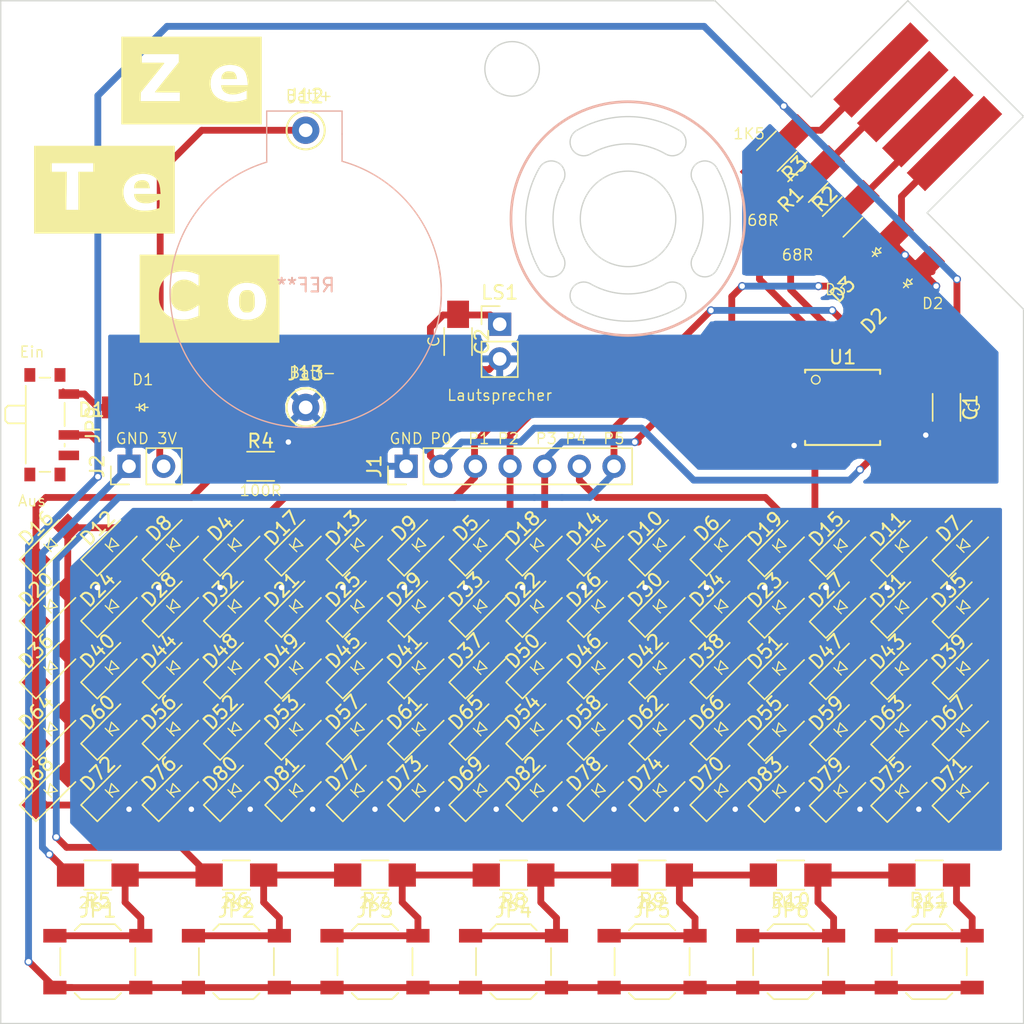
<source format=kicad_pcb>
(kicad_pcb (version 4) (host pcbnew 4.0.6)
  (layers (0 F.Cu signal) (31 B.Cu signal) (34 B.Paste user) (35 F.Paste user) (36 B.SilkS user) (37 F.SilkS user) (38 B.Mask user) (39 F.Mask user) (44 Edge.Cuts user))
  (net 0 "")
  (net 1 "Net-(D1-Pad1)")
  (net 2 "Net-(D10-Pad1)")
  (net 3 "Net-(D10-Pad2)")
  (net 4 "Net-(D12-Pad2)")
  (net 5 "Net-(D11-Pad2)")
  (net 6 GND)
  (net 7 "Net-(J15-Pad3)")
  (net 8 "Net-(J15-Pad2)")
  (net 9 "Net-(JP2-Pad1)")
  (net 10 "Net-(JP3-Pad1)")
  (net 11 "Net-(JP4-Pad1)")
  (net 12 "Net-(JP5-Pad1)")
  (net 13 "Net-(JP6-Pad1)")
  (net 14 "Net-(JP7-Pad1)")
  (net 15 "Net-(D13-Pad2)")
  (net 16 "Net-(D1-Pad2)")
  (net 17 +5V)
  (net 18 "Net-(J1-Pad7)")
  (net 19 "Net-(C2-Pad1)")
  (module Housings_SOIC:SOIJ-8_5.3x5.3mm_Pitch1.27mm (layer F.Cu) (at 234.95 81.28)
    (fp_text reference U1 (at 0 -3.68) (layer F.SilkS))
    (fp_text value ATTINY85-20PU)
    (pad 1 smd rect (at -3.65 -1.905) (size 1.7 0.65) (layers F.Cu F.Paste F.Mask) (net 18 "Net-(J1-Pad7)"))
    (pad 2 smd rect (at -3.65 -0.635) (size 1.7 0.65) (layers F.Cu F.Paste F.Mask) (net 3 "Net-(D10-Pad2)"))
    (pad 3 smd rect (at -3.65 0.635) (size 1.7 0.65) (layers F.Cu F.Paste F.Mask) (net 5 "Net-(D11-Pad2)"))
    (pad 4 smd rect (at -3.65 1.905) (size 1.7 0.65) (layers F.Cu F.Paste F.Mask) (net 6 GND))
    (pad 5 smd rect (at 3.65 1.905) (size 1.7 0.65) (layers F.Cu F.Paste F.Mask) (net 19 "Net-(C2-Pad1)"))
    (pad 6 smd rect (at 3.65 0.635) (size 1.7 0.65) (layers F.Cu F.Paste F.Mask) (net 4 "Net-(D12-Pad2)"))
    (pad 7 smd rect (at 3.65 -0.635) (size 1.7 0.65) (layers F.Cu F.Paste F.Mask) (net 15 "Net-(D13-Pad2)"))
    (pad 8 smd rect (at 3.65 -1.905) (size 1.7 0.65) (layers F.Cu F.Paste F.Mask) (net 17 +5V))
  )
  (module USB:usb-PCB (layer F.Cu) (at 243.92 55.77 135)
    (fp_text reference J15 hide)
    (fp_text value USB_A hide)
    (pad 1 connect rect (at 3.81 -4.9 135) (size 1.9 8) (layers F.Cu F.Mask) (net 17 +5V))
    (pad 4 connect rect (at -3.81 -4.9 135) (size 1.9 8) (layers F.Cu F.Mask) (net 6 GND))
    (pad 3 connect rect (at -1.3 -5.15 135) (size 2 7.5) (layers F.Cu F.Mask) (net 7 "Net-(J15-Pad3)"))
    (pad 2 connect rect (at 1.3 -5.15 135) (size 2 7.5) (layers F.Cu F.Mask) (net 8 "Net-(J15-Pad2)"))
  )
  (module Resistors_SMD:R_1206_HandSoldering (layer F.Cu) (at 232.41 64.77 45)
    (fp_text reference R1 (at -1.796051 0 45) (layer F.SilkS))
    (fp_text value 66.5R)
    (pad 1 smd rect (at -2 0 45) (size 2 1.7) (layers F.Cu F.Paste F.Mask) (net 3 "Net-(D10-Pad2)"))
    (pad 2 smd rect (at 2 0 45) (size 2 1.7) (layers F.Cu F.Paste F.Mask) (net 8 "Net-(J15-Pad2)"))
  )
  (module Resistors_SMD:R_1206_HandSoldering (layer F.Cu) (at 234.95 67.31 45)
    (fp_text reference R2 (at 0 -1.85 45) (layer F.SilkS))
    (fp_text value R)
    (pad 1 smd rect (at -2 0 45) (size 2 1.7) (layers F.Cu F.Paste F.Mask) (net 5 "Net-(D11-Pad2)"))
    (pad 2 smd rect (at 2 0 45) (size 2 1.7) (layers F.Cu F.Paste F.Mask) (net 7 "Net-(J15-Pad3)"))
  )
  (module Resistors_SMD:R_1206_HandSoldering (layer F.Cu) (at 230.124 62.484 225)
    (fp_text reference R3 (at 0 -1.85 225) (layer F.SilkS))
    (fp_text value 1.5k)
    (pad 1 smd rect (at -2 0 225) (size 2 1.7) (layers F.Cu F.Paste F.Mask) (net 17 +5V))
    (pad 2 smd rect (at 2 0 225) (size 2 1.7) (layers F.Cu F.Paste F.Mask) (net 8 "Net-(J15-Pad2)"))
  )
  (module Resistors_SMD:R_1206_HandSoldering (layer F.Cu) (at 192.278 85.598)
    (fp_text reference R4 (at 0 -1.85) (layer F.SilkS))
    (fp_text value R)
    (pad 1 smd rect (at -2 0) (size 2 1.7) (layers F.Cu F.Paste F.Mask) (net 2 "Net-(D10-Pad1)"))
    (pad 2 smd rect (at 2 0) (size 2 1.7) (layers F.Cu F.Paste F.Mask) (net 6 GND))
  )
  (module Resistors_SMD:R_1206_HandSoldering (layer F.Cu) (at 180.34 115.57 180)
    (fp_text reference R5 (at 0 -1.85 180) (layer F.SilkS))
    (fp_text value R)
    (pad 1 smd rect (at -2 0 180) (size 2 1.7) (layers F.Cu F.Paste F.Mask) (net 18 "Net-(J1-Pad7)"))
    (pad 2 smd rect (at 2 0 180) (size 2 1.7) (layers F.Cu F.Paste F.Mask) (net 6 GND))
  )
  (module Resistors_SMD:R_1206_HandSoldering (layer F.Cu) (at 190.5 115.57 180)
    (fp_text reference R6 (at 0 -1.85 180) (layer F.SilkS))
    (fp_text value R)
    (pad 1 smd rect (at -2 0 180) (size 2 1.7) (layers F.Cu F.Paste F.Mask) (net 9 "Net-(JP2-Pad1)"))
    (pad 2 smd rect (at 2 0 180) (size 2 1.7) (layers F.Cu F.Paste F.Mask) (net 18 "Net-(J1-Pad7)"))
  )
  (module Resistors_SMD:R_1206_HandSoldering (layer F.Cu) (at 200.66 115.57 180)
    (fp_text reference R7 (at 0 -1.85 180) (layer F.SilkS))
    (fp_text value R)
    (pad 1 smd rect (at -2 0 180) (size 2 1.7) (layers F.Cu F.Paste F.Mask) (net 10 "Net-(JP3-Pad1)"))
    (pad 2 smd rect (at 2 0 180) (size 2 1.7) (layers F.Cu F.Paste F.Mask) (net 9 "Net-(JP2-Pad1)"))
  )
  (module Resistors_SMD:R_1206_HandSoldering (layer F.Cu) (at 210.82 115.57 180)
    (fp_text reference R8 (at 0 -1.85 180) (layer F.SilkS))
    (fp_text value R)
    (pad 1 smd rect (at -2 0 180) (size 2 1.7) (layers F.Cu F.Paste F.Mask) (net 11 "Net-(JP4-Pad1)"))
    (pad 2 smd rect (at 2 0 180) (size 2 1.7) (layers F.Cu F.Paste F.Mask) (net 10 "Net-(JP3-Pad1)"))
  )
  (module Resistors_SMD:R_1206_HandSoldering (layer F.Cu) (at 220.98 115.57 180)
    (fp_text reference R9 (at 0 -1.85 180) (layer F.SilkS))
    (fp_text value R)
    (pad 1 smd rect (at -2 0 180) (size 2 1.7) (layers F.Cu F.Paste F.Mask) (net 12 "Net-(JP5-Pad1)"))
    (pad 2 smd rect (at 2 0 180) (size 2 1.7) (layers F.Cu F.Paste F.Mask) (net 11 "Net-(JP4-Pad1)"))
  )
  (module Resistors_SMD:R_1206_HandSoldering (layer F.Cu) (at 231.14 115.57 180)
    (fp_text reference R10 (at 0 -1.85 180) (layer F.SilkS))
    (fp_text value R)
    (pad 1 smd rect (at -2 0 180) (size 2 1.7) (layers F.Cu F.Paste F.Mask) (net 13 "Net-(JP6-Pad1)"))
    (pad 2 smd rect (at 2 0 180) (size 2 1.7) (layers F.Cu F.Paste F.Mask) (net 12 "Net-(JP5-Pad1)"))
  )
  (module Resistors_SMD:R_1206_HandSoldering (layer F.Cu) (at 241.3 115.57 180)
    (fp_text reference R11 (at 0 -1.85 180) (layer F.SilkS))
    (fp_text value R)
    (pad 1 smd rect (at -2 0 180) (size 2 1.7) (layers F.Cu F.Paste F.Mask) (net 14 "Net-(JP7-Pad1)"))
    (pad 2 smd rect (at 2 0 180) (size 2 1.7) (layers F.Cu F.Paste F.Mask) (net 13 "Net-(JP6-Pad1)"))
  )
  (module Capacitors_SMD:C_1206_HandSoldering (layer F.Cu) (at 242.57 81.28 270)
    (fp_text reference C1 (at 0 -1.75 270) (layer F.SilkS))
    (fp_text value C)
    (pad 1 smd rect (at -2 0 270) (size 2 1.6) (layers F.Cu F.Paste F.Mask) (net 17 +5V))
    (pad 2 smd rect (at 2 0 270) (size 2 1.6) (layers F.Cu F.Paste F.Mask) (net 6 GND))
  )
  (module Buttons_Switches_SMD:SW_SPDT_PCM12 (layer F.Cu) (at 176.784 82.55 270)
    (fp_text reference JP9 (at 0 -3.2 270) (layer F.SilkS))
    (fp_text value Jumper)
    (pad "" np_thru_hole circle (at -1.5 0.33 270) (size 0.9 0.9) (drill 0.9) (layers *.Cu *.Mask))
    (pad "" np_thru_hole circle (at 1.5 0.33 270) (size 0.9 0.9) (drill 0.9) (layers *.Cu *.Mask))
    (pad 1 smd rect (at -2.25 -1.43 270) (size 0.7 1.5) (layers F.Cu F.Paste F.Mask) (net 1 "Net-(D1-Pad1)"))
    (pad 2 smd rect (at 0.75 -1.43 270) (size 0.7 1.5) (layers F.Cu F.Paste F.Mask) (net 17 +5V))
    (pad 3 smd rect (at 2.25 -1.43 270) (size 0.7 1.5) (layers F.Cu F.Paste F.Mask))
    (pad "" smd rect (at -3.65 1.43 270) (size 1 0.8) (layers F.Cu F.Paste F.Mask))
    (pad "" smd rect (at 3.65 1.43 270) (size 1 0.8) (layers F.Cu F.Paste F.Mask))
    (pad "" smd rect (at 3.65 -0.78 270) (size 1 0.8) (layers F.Cu F.Paste F.Mask))
    (pad "" smd rect (at -3.65 -0.78 270) (size 1 0.8) (layers F.Cu F.Paste F.Mask))
  )
  (module Buttons_Switches_SMD:SW_SPST_TL3342 (layer F.Cu) (at 180.34 121.92)
    (fp_text reference JP1 (at 0 -3.75) (layer F.SilkS))
    (fp_text value Jumper)
    (pad 1 smd rect (at -3.15 -1.9) (size 1.7 1) (layers F.Cu F.Paste F.Mask) (net 18 "Net-(J1-Pad7)"))
    (pad 1 smd rect (at 3.15 -1.9) (size 1.7 1) (layers F.Cu F.Paste F.Mask) (net 18 "Net-(J1-Pad7)"))
    (pad 2 smd rect (at -3.15 1.9) (size 1.7 1) (layers F.Cu F.Paste F.Mask) (net 17 +5V))
    (pad 2 smd rect (at 3.15 1.9) (size 1.7 1) (layers F.Cu F.Paste F.Mask) (net 17 +5V))
  )
  (module Buttons_Switches_SMD:SW_SPST_TL3342 (layer F.Cu) (at 190.5 121.92)
    (fp_text reference JP2 (at 0 -3.75) (layer F.SilkS))
    (fp_text value Jumper)
    (pad 1 smd rect (at -3.15 -1.9) (size 1.7 1) (layers F.Cu F.Paste F.Mask) (net 9 "Net-(JP2-Pad1)"))
    (pad 1 smd rect (at 3.15 -1.9) (size 1.7 1) (layers F.Cu F.Paste F.Mask) (net 9 "Net-(JP2-Pad1)"))
    (pad 2 smd rect (at -3.15 1.9) (size 1.7 1) (layers F.Cu F.Paste F.Mask) (net 17 +5V))
    (pad 2 smd rect (at 3.15 1.9) (size 1.7 1) (layers F.Cu F.Paste F.Mask) (net 17 +5V))
  )
  (module Buttons_Switches_SMD:SW_SPST_TL3342 (layer F.Cu) (at 200.66 121.92)
    (fp_text reference JP3 (at 0 -3.75) (layer F.SilkS))
    (fp_text value Jumper)
    (pad 1 smd rect (at -3.15 -1.9) (size 1.7 1) (layers F.Cu F.Paste F.Mask) (net 10 "Net-(JP3-Pad1)"))
    (pad 1 smd rect (at 3.15 -1.9) (size 1.7 1) (layers F.Cu F.Paste F.Mask) (net 10 "Net-(JP3-Pad1)"))
    (pad 2 smd rect (at -3.15 1.9) (size 1.7 1) (layers F.Cu F.Paste F.Mask) (net 17 +5V))
    (pad 2 smd rect (at 3.15 1.9) (size 1.7 1) (layers F.Cu F.Paste F.Mask) (net 17 +5V))
  )
  (module Buttons_Switches_SMD:SW_SPST_TL3342 (layer F.Cu) (at 210.82 121.92)
    (fp_text reference JP4 (at 0 -3.75) (layer F.SilkS))
    (fp_text value Jumper)
    (pad 1 smd rect (at -3.15 -1.9) (size 1.7 1) (layers F.Cu F.Paste F.Mask) (net 11 "Net-(JP4-Pad1)"))
    (pad 1 smd rect (at 3.15 -1.9) (size 1.7 1) (layers F.Cu F.Paste F.Mask) (net 11 "Net-(JP4-Pad1)"))
    (pad 2 smd rect (at -3.15 1.9) (size 1.7 1) (layers F.Cu F.Paste F.Mask) (net 17 +5V))
    (pad 2 smd rect (at 3.15 1.9) (size 1.7 1) (layers F.Cu F.Paste F.Mask) (net 17 +5V))
  )
  (module Buttons_Switches_SMD:SW_SPST_TL3342 (layer F.Cu) (at 220.98 121.92)
    (fp_text reference JP5 (at 0 -3.75) (layer F.SilkS))
    (fp_text value Jumper)
    (pad 1 smd rect (at -3.15 -1.9) (size 1.7 1) (layers F.Cu F.Paste F.Mask) (net 12 "Net-(JP5-Pad1)"))
    (pad 1 smd rect (at 3.15 -1.9) (size 1.7 1) (layers F.Cu F.Paste F.Mask) (net 12 "Net-(JP5-Pad1)"))
    (pad 2 smd rect (at -3.15 1.9) (size 1.7 1) (layers F.Cu F.Paste F.Mask) (net 17 +5V))
    (pad 2 smd rect (at 3.15 1.9) (size 1.7 1) (layers F.Cu F.Paste F.Mask) (net 17 +5V))
  )
  (module Buttons_Switches_SMD:SW_SPST_TL3342 (layer F.Cu) (at 231.14 121.92)
    (fp_text reference JP6 (at 0 -3.75) (layer F.SilkS))
    (fp_text value Jumper)
    (pad 1 smd rect (at -3.15 -1.9) (size 1.7 1) (layers F.Cu F.Paste F.Mask) (net 13 "Net-(JP6-Pad1)"))
    (pad 1 smd rect (at 3.15 -1.9) (size 1.7 1) (layers F.Cu F.Paste F.Mask) (net 13 "Net-(JP6-Pad1)"))
    (pad 2 smd rect (at -3.15 1.9) (size 1.7 1) (layers F.Cu F.Paste F.Mask) (net 17 +5V))
    (pad 2 smd rect (at 3.15 1.9) (size 1.7 1) (layers F.Cu F.Paste F.Mask) (net 17 +5V))
  )
  (module Buttons_Switches_SMD:SW_SPST_TL3342 (layer F.Cu) (at 241.3 121.92)
    (fp_text reference JP7 (at 0 -3.75) (layer F.SilkS))
    (fp_text value Jumper)
    (pad 1 smd rect (at -3.15 -1.9) (size 1.7 1) (layers F.Cu F.Paste F.Mask) (net 14 "Net-(JP7-Pad1)"))
    (pad 1 smd rect (at 3.15 -1.9) (size 1.7 1) (layers F.Cu F.Paste F.Mask) (net 14 "Net-(JP7-Pad1)"))
    (pad 2 smd rect (at -3.15 1.9) (size 1.7 1) (layers F.Cu F.Paste F.Mask) (net 17 +5V))
    (pad 2 smd rect (at 3.15 1.9) (size 1.7 1) (layers F.Cu F.Paste F.Mask) (net 17 +5V))
  )
  (module "ZeTeCo Badge:D_1206_handsoldering" (layer F.Cu) (at 237.49 69.85 45)
    (fp_text reference D3 (at -3.771708 0.179605 45) (layer F.SilkS))
    (fp_text value D)
    (pad 1 smd rect (at -2 0 45) (size 2 1.6) (layers F.Cu F.Paste F.Mask) (net 5 "Net-(D11-Pad2)"))
    (pad 2 smd rect (at 2 0 45) (size 2 1.6) (layers F.Cu F.Paste F.Mask) (net 6 GND))
  )
  (module "ZeTeCo Badge:D_1206_handsoldering" (layer F.Cu) (at 239.776 72.136 45)
    (fp_text reference D2 (at -3.771708 0.179605 45) (layer F.SilkS))
    (fp_text value D)
    (pad 1 smd rect (at -2 0 45) (size 2 1.6) (layers F.Cu F.Paste F.Mask) (net 3 "Net-(D10-Pad2)"))
    (pad 2 smd rect (at 2 0 45) (size 2 1.6) (layers F.Cu F.Paste F.Mask) (net 6 GND))
  )
  (module "ZeTeCo Badge:D_1206_handsoldering" (layer F.Cu) (at 183.642 81.28)
    (fp_text reference D1 (at -3.771708 0.179605) (layer F.SilkS))
    (fp_text value D)
    (pad 1 smd rect (at -2 0) (size 2 1.6) (layers F.Cu F.Paste F.Mask) (net 1 "Net-(D1-Pad1)"))
    (pad 2 smd rect (at 2 0) (size 2 1.6) (layers F.Cu F.Paste F.Mask) (net 16 "Net-(D1-Pad2)"))
  )
  (module "ZeTeCo Badge:LED_1206" (layer F.Cu) (at 181.47 91.27 45)
    (fp_text reference D12 (at 0 -1.6 45) (layer F.SilkS))
    (fp_text value LED)
    (pad 2 smd rect (at 1.65 0 225) (size 1.5 1.5) (layers F.Cu F.Paste F.Mask) (net 4 "Net-(D12-Pad2)"))
    (pad 1 smd rect (at -1.65 0 225) (size 1.5 1.5) (layers F.Cu F.Paste F.Mask) (net 2 "Net-(D10-Pad1)"))
  )
  (module "ZeTeCo Badge:LED_1206" (layer F.Cu) (at 190.47 91.27 45)
    (fp_text reference D4 (at 0 -1.6 45) (layer F.SilkS))
    (fp_text value LED)
    (pad 2 smd rect (at 1.65 0 225) (size 1.5 1.5) (layers F.Cu F.Paste F.Mask) (net 4 "Net-(D12-Pad2)"))
    (pad 1 smd rect (at -1.65 0 225) (size 1.5 1.5) (layers F.Cu F.Paste F.Mask) (net 2 "Net-(D10-Pad1)"))
  )
  (module "ZeTeCo Badge:LED_1206" (layer F.Cu) (at 208.47 91.27 45)
    (fp_text reference D5 (at 0 -1.6 45) (layer F.SilkS))
    (fp_text value LED)
    (pad 2 smd rect (at 1.65 0 225) (size 1.5 1.5) (layers F.Cu F.Paste F.Mask) (net 15 "Net-(D13-Pad2)"))
    (pad 1 smd rect (at -1.65 0 225) (size 1.5 1.5) (layers F.Cu F.Paste F.Mask) (net 2 "Net-(D10-Pad1)"))
  )
  (module "ZeTeCo Badge:LED_1206" (layer F.Cu) (at 226.14 91.27 45)
    (fp_text reference D6 (at 0 -1.6 45) (layer F.SilkS))
    (fp_text value LED)
    (pad 2 smd rect (at 1.65 0 225) (size 1.5 1.5) (layers F.Cu F.Paste F.Mask) (net 3 "Net-(D10-Pad2)"))
    (pad 1 smd rect (at -1.65 0 225) (size 1.5 1.5) (layers F.Cu F.Paste F.Mask) (net 2 "Net-(D10-Pad1)"))
  )
  (module "ZeTeCo Badge:LED_1206" (layer F.Cu) (at 243.895 91.325 45)
    (fp_text reference D7 (at 0 -1.6 45) (layer F.SilkS))
    (fp_text value LED)
    (pad 2 smd rect (at 1.65 0 225) (size 1.5 1.5) (layers F.Cu F.Paste F.Mask) (net 5 "Net-(D11-Pad2)"))
    (pad 1 smd rect (at -1.65 0 225) (size 1.5 1.5) (layers F.Cu F.Paste F.Mask) (net 2 "Net-(D10-Pad1)"))
  )
  (module "ZeTeCo Badge:LED_1206" (layer F.Cu) (at 185.97 91.27 45)
    (fp_text reference D8 (at 0 -1.6 45) (layer F.SilkS))
    (fp_text value LED)
    (pad 2 smd rect (at 1.65 0 225) (size 1.5 1.5) (layers F.Cu F.Paste F.Mask) (net 4 "Net-(D12-Pad2)"))
    (pad 1 smd rect (at -1.65 0 225) (size 1.5 1.5) (layers F.Cu F.Paste F.Mask) (net 2 "Net-(D10-Pad1)"))
  )
  (module "ZeTeCo Badge:LED_1206" (layer F.Cu) (at 203.97 91.27 45)
    (fp_text reference D9 (at 0 -1.6 45) (layer F.SilkS))
    (fp_text value LED)
    (pad 2 smd rect (at 1.65 0 225) (size 1.5 1.5) (layers F.Cu F.Paste F.Mask) (net 15 "Net-(D13-Pad2)"))
    (pad 1 smd rect (at -1.65 0 225) (size 1.5 1.5) (layers F.Cu F.Paste F.Mask) (net 2 "Net-(D10-Pad1)"))
  )
  (module "ZeTeCo Badge:LED_1206" (layer F.Cu) (at 221.64 91.27 45)
    (fp_text reference D10 (at 0 -1.6 45) (layer F.SilkS))
    (fp_text value LED)
    (pad 2 smd rect (at 1.65 0 225) (size 1.5 1.5) (layers F.Cu F.Paste F.Mask) (net 3 "Net-(D10-Pad2)"))
    (pad 1 smd rect (at -1.65 0 225) (size 1.5 1.5) (layers F.Cu F.Paste F.Mask) (net 2 "Net-(D10-Pad1)"))
  )
  (module "ZeTeCo Badge:LED_1206" (layer F.Cu) (at 239.395 91.325 45)
    (fp_text reference D11 (at 0 -1.6 45) (layer F.SilkS))
    (fp_text value LED)
    (pad 2 smd rect (at 1.65 0 225) (size 1.5 1.5) (layers F.Cu F.Paste F.Mask) (net 5 "Net-(D11-Pad2)"))
    (pad 1 smd rect (at -1.65 0 225) (size 1.5 1.5) (layers F.Cu F.Paste F.Mask) (net 2 "Net-(D10-Pad1)"))
  )
  (module "ZeTeCo Badge:LED_1206" (layer F.Cu) (at 199.47 91.27 45)
    (fp_text reference D13 (at 0 -1.6 45) (layer F.SilkS))
    (fp_text value LED)
    (pad 2 smd rect (at 1.65 0 225) (size 1.5 1.5) (layers F.Cu F.Paste F.Mask) (net 15 "Net-(D13-Pad2)"))
    (pad 1 smd rect (at -1.65 0 225) (size 1.5 1.5) (layers F.Cu F.Paste F.Mask) (net 2 "Net-(D10-Pad1)"))
  )
  (module "ZeTeCo Badge:LED_1206" (layer F.Cu) (at 217.14 91.27 45)
    (fp_text reference D14 (at 0 -1.6 45) (layer F.SilkS))
    (fp_text value LED)
    (pad 2 smd rect (at 1.65 0 225) (size 1.5 1.5) (layers F.Cu F.Paste F.Mask) (net 3 "Net-(D10-Pad2)"))
    (pad 1 smd rect (at -1.65 0 225) (size 1.5 1.5) (layers F.Cu F.Paste F.Mask) (net 2 "Net-(D10-Pad1)"))
  )
  (module "ZeTeCo Badge:LED_1206" (layer F.Cu) (at 234.895 91.325 45)
    (fp_text reference D15 (at 0 -1.6 45) (layer F.SilkS))
    (fp_text value LED)
    (pad 2 smd rect (at 1.65 0 225) (size 1.5 1.5) (layers F.Cu F.Paste F.Mask) (net 5 "Net-(D11-Pad2)"))
    (pad 1 smd rect (at -1.65 0 225) (size 1.5 1.5) (layers F.Cu F.Paste F.Mask) (net 2 "Net-(D10-Pad1)"))
  )
  (module "ZeTeCo Badge:LED_1206" (layer F.Cu) (at 176.97 91.27 45)
    (fp_text reference D16 (at 0 -1.6 45) (layer F.SilkS))
    (fp_text value LED)
    (pad 2 smd rect (at 1.65 0 225) (size 1.5 1.5) (layers F.Cu F.Paste F.Mask) (net 4 "Net-(D12-Pad2)"))
    (pad 1 smd rect (at -1.65 0 225) (size 1.5 1.5) (layers F.Cu F.Paste F.Mask) (net 2 "Net-(D10-Pad1)"))
  )
  (module "ZeTeCo Badge:LED_1206" (layer F.Cu) (at 194.97 91.27 45)
    (fp_text reference D17 (at 0 -1.6 45) (layer F.SilkS))
    (fp_text value LED)
    (pad 2 smd rect (at 1.65 0 225) (size 1.5 1.5) (layers F.Cu F.Paste F.Mask) (net 15 "Net-(D13-Pad2)"))
    (pad 1 smd rect (at -1.65 0 225) (size 1.5 1.5) (layers F.Cu F.Paste F.Mask) (net 2 "Net-(D10-Pad1)"))
  )
  (module "ZeTeCo Badge:LED_1206" (layer F.Cu) (at 212.64 91.27 45)
    (fp_text reference D18 (at 0 -1.6 45) (layer F.SilkS))
    (fp_text value LED)
    (pad 2 smd rect (at 1.65 0 225) (size 1.5 1.5) (layers F.Cu F.Paste F.Mask) (net 3 "Net-(D10-Pad2)"))
    (pad 1 smd rect (at -1.65 0 225) (size 1.5 1.5) (layers F.Cu F.Paste F.Mask) (net 2 "Net-(D10-Pad1)"))
  )
  (module "ZeTeCo Badge:LED_1206" (layer F.Cu) (at 230.395 91.325 45)
    (fp_text reference D19 (at 0 -1.6 45) (layer F.SilkS))
    (fp_text value LED)
    (pad 2 smd rect (at 1.65 0 225) (size 1.5 1.5) (layers F.Cu F.Paste F.Mask) (net 5 "Net-(D11-Pad2)"))
    (pad 1 smd rect (at -1.65 0 225) (size 1.5 1.5) (layers F.Cu F.Paste F.Mask) (net 2 "Net-(D10-Pad1)"))
  )
  (module "ZeTeCo Badge:LED_1206" (layer F.Cu) (at 176.97 95.77 45)
    (fp_text reference D20 (at 0 -1.6 45) (layer F.SilkS))
    (fp_text value LED)
    (pad 2 smd rect (at 1.65 0 225) (size 1.5 1.5) (layers F.Cu F.Paste F.Mask) (net 4 "Net-(D12-Pad2)"))
    (pad 1 smd rect (at -1.65 0 225) (size 1.5 1.5) (layers F.Cu F.Paste F.Mask) (net 2 "Net-(D10-Pad1)"))
  )
  (module "ZeTeCo Badge:LED_1206" (layer F.Cu) (at 194.97 95.77 45)
    (fp_text reference D21 (at 0 -1.6 45) (layer F.SilkS))
    (fp_text value LED)
    (pad 2 smd rect (at 1.65 0 225) (size 1.5 1.5) (layers F.Cu F.Paste F.Mask) (net 15 "Net-(D13-Pad2)"))
    (pad 1 smd rect (at -1.65 0 225) (size 1.5 1.5) (layers F.Cu F.Paste F.Mask) (net 2 "Net-(D10-Pad1)"))
  )
  (module "ZeTeCo Badge:LED_1206" (layer F.Cu) (at 212.64 95.77 45)
    (fp_text reference D22 (at 0 -1.6 45) (layer F.SilkS))
    (fp_text value LED)
    (pad 2 smd rect (at 1.65 0 225) (size 1.5 1.5) (layers F.Cu F.Paste F.Mask) (net 3 "Net-(D10-Pad2)"))
    (pad 1 smd rect (at -1.65 0 225) (size 1.5 1.5) (layers F.Cu F.Paste F.Mask) (net 2 "Net-(D10-Pad1)"))
  )
  (module "ZeTeCo Badge:LED_1206" (layer F.Cu) (at 230.395 95.825 45)
    (fp_text reference D23 (at 0 -1.6 45) (layer F.SilkS))
    (fp_text value LED)
    (pad 2 smd rect (at 1.65 0 225) (size 1.5 1.5) (layers F.Cu F.Paste F.Mask) (net 5 "Net-(D11-Pad2)"))
    (pad 1 smd rect (at -1.65 0 225) (size 1.5 1.5) (layers F.Cu F.Paste F.Mask) (net 2 "Net-(D10-Pad1)"))
  )
  (module "ZeTeCo Badge:LED_1206" (layer F.Cu) (at 181.47 95.77 45)
    (fp_text reference D24 (at 0 -1.6 45) (layer F.SilkS))
    (fp_text value LED)
    (pad 2 smd rect (at 1.65 0 225) (size 1.5 1.5) (layers F.Cu F.Paste F.Mask) (net 4 "Net-(D12-Pad2)"))
    (pad 1 smd rect (at -1.65 0 225) (size 1.5 1.5) (layers F.Cu F.Paste F.Mask) (net 2 "Net-(D10-Pad1)"))
  )
  (module "ZeTeCo Badge:LED_1206" (layer F.Cu) (at 199.47 95.77 45)
    (fp_text reference D25 (at 0 -1.6 45) (layer F.SilkS))
    (fp_text value LED)
    (pad 2 smd rect (at 1.65 0 225) (size 1.5 1.5) (layers F.Cu F.Paste F.Mask) (net 15 "Net-(D13-Pad2)"))
    (pad 1 smd rect (at -1.65 0 225) (size 1.5 1.5) (layers F.Cu F.Paste F.Mask) (net 2 "Net-(D10-Pad1)"))
  )
  (module "ZeTeCo Badge:LED_1206" (layer F.Cu) (at 217.14 95.77 45)
    (fp_text reference D26 (at 0 -1.6 45) (layer F.SilkS))
    (fp_text value LED)
    (pad 2 smd rect (at 1.65 0 225) (size 1.5 1.5) (layers F.Cu F.Paste F.Mask) (net 3 "Net-(D10-Pad2)"))
    (pad 1 smd rect (at -1.65 0 225) (size 1.5 1.5) (layers F.Cu F.Paste F.Mask) (net 2 "Net-(D10-Pad1)"))
  )
  (module "ZeTeCo Badge:LED_1206" (layer F.Cu) (at 234.895 95.825 45)
    (fp_text reference D27 (at 0 -1.6 45) (layer F.SilkS))
    (fp_text value LED)
    (pad 2 smd rect (at 1.65 0 225) (size 1.5 1.5) (layers F.Cu F.Paste F.Mask) (net 5 "Net-(D11-Pad2)"))
    (pad 1 smd rect (at -1.65 0 225) (size 1.5 1.5) (layers F.Cu F.Paste F.Mask) (net 2 "Net-(D10-Pad1)"))
  )
  (module "ZeTeCo Badge:LED_1206" (layer F.Cu) (at 185.97 95.77 45)
    (fp_text reference D28 (at 0 -1.6 45) (layer F.SilkS))
    (fp_text value LED)
    (pad 2 smd rect (at 1.65 0 225) (size 1.5 1.5) (layers F.Cu F.Paste F.Mask) (net 4 "Net-(D12-Pad2)"))
    (pad 1 smd rect (at -1.65 0 225) (size 1.5 1.5) (layers F.Cu F.Paste F.Mask) (net 2 "Net-(D10-Pad1)"))
  )
  (module "ZeTeCo Badge:LED_1206" (layer F.Cu) (at 203.97 95.77 45)
    (fp_text reference D29 (at 0 -1.6 45) (layer F.SilkS))
    (fp_text value LED)
    (pad 2 smd rect (at 1.65 0 225) (size 1.5 1.5) (layers F.Cu F.Paste F.Mask) (net 15 "Net-(D13-Pad2)"))
    (pad 1 smd rect (at -1.65 0 225) (size 1.5 1.5) (layers F.Cu F.Paste F.Mask) (net 2 "Net-(D10-Pad1)"))
  )
  (module "ZeTeCo Badge:LED_1206" (layer F.Cu) (at 221.64 95.77 45)
    (fp_text reference D30 (at 0 -1.6 45) (layer F.SilkS))
    (fp_text value LED)
    (pad 2 smd rect (at 1.65 0 225) (size 1.5 1.5) (layers F.Cu F.Paste F.Mask) (net 3 "Net-(D10-Pad2)"))
    (pad 1 smd rect (at -1.65 0 225) (size 1.5 1.5) (layers F.Cu F.Paste F.Mask) (net 2 "Net-(D10-Pad1)"))
  )
  (module "ZeTeCo Badge:LED_1206" (layer F.Cu) (at 239.395 95.825 45)
    (fp_text reference D31 (at 0 -1.6 45) (layer F.SilkS))
    (fp_text value LED)
    (pad 2 smd rect (at 1.65 0 225) (size 1.5 1.5) (layers F.Cu F.Paste F.Mask) (net 5 "Net-(D11-Pad2)"))
    (pad 1 smd rect (at -1.65 0 225) (size 1.5 1.5) (layers F.Cu F.Paste F.Mask) (net 2 "Net-(D10-Pad1)"))
  )
  (module "ZeTeCo Badge:LED_1206" (layer F.Cu) (at 190.47 95.77 45)
    (fp_text reference D32 (at 0 -1.6 45) (layer F.SilkS))
    (fp_text value LED)
    (pad 2 smd rect (at 1.65 0 225) (size 1.5 1.5) (layers F.Cu F.Paste F.Mask) (net 4 "Net-(D12-Pad2)"))
    (pad 1 smd rect (at -1.65 0 225) (size 1.5 1.5) (layers F.Cu F.Paste F.Mask) (net 2 "Net-(D10-Pad1)"))
  )
  (module "ZeTeCo Badge:LED_1206" (layer F.Cu) (at 208.47 95.77 45)
    (fp_text reference D33 (at 0 -1.6 45) (layer F.SilkS))
    (fp_text value LED)
    (pad 2 smd rect (at 1.65 0 225) (size 1.5 1.5) (layers F.Cu F.Paste F.Mask) (net 15 "Net-(D13-Pad2)"))
    (pad 1 smd rect (at -1.65 0 225) (size 1.5 1.5) (layers F.Cu F.Paste F.Mask) (net 2 "Net-(D10-Pad1)"))
  )
  (module "ZeTeCo Badge:LED_1206" (layer F.Cu) (at 226.14 95.77 45)
    (fp_text reference D34 (at 0 -1.6 45) (layer F.SilkS))
    (fp_text value LED)
    (pad 2 smd rect (at 1.65 0 225) (size 1.5 1.5) (layers F.Cu F.Paste F.Mask) (net 3 "Net-(D10-Pad2)"))
    (pad 1 smd rect (at -1.65 0 225) (size 1.5 1.5) (layers F.Cu F.Paste F.Mask) (net 2 "Net-(D10-Pad1)"))
  )
  (module "ZeTeCo Badge:LED_1206" (layer F.Cu) (at 243.895 95.825 45)
    (fp_text reference D35 (at 0 -1.6 45) (layer F.SilkS))
    (fp_text value LED)
    (pad 2 smd rect (at 1.65 0 225) (size 1.5 1.5) (layers F.Cu F.Paste F.Mask) (net 5 "Net-(D11-Pad2)"))
    (pad 1 smd rect (at -1.65 0 225) (size 1.5 1.5) (layers F.Cu F.Paste F.Mask) (net 2 "Net-(D10-Pad1)"))
  )
  (module "ZeTeCo Badge:LED_1206" (layer F.Cu) (at 176.97 100.27 45)
    (fp_text reference D36 (at 0 -1.6 45) (layer F.SilkS))
    (fp_text value LED)
    (pad 2 smd rect (at 1.65 0 225) (size 1.5 1.5) (layers F.Cu F.Paste F.Mask) (net 4 "Net-(D12-Pad2)"))
    (pad 1 smd rect (at -1.65 0 225) (size 1.5 1.5) (layers F.Cu F.Paste F.Mask) (net 2 "Net-(D10-Pad1)"))
  )
  (module "ZeTeCo Badge:LED_1206" (layer F.Cu) (at 208.47 100.27 45)
    (fp_text reference D37 (at 0 -1.6 45) (layer F.SilkS))
    (fp_text value LED)
    (pad 2 smd rect (at 1.65 0 225) (size 1.5 1.5) (layers F.Cu F.Paste F.Mask) (net 15 "Net-(D13-Pad2)"))
    (pad 1 smd rect (at -1.65 0 225) (size 1.5 1.5) (layers F.Cu F.Paste F.Mask) (net 2 "Net-(D10-Pad1)"))
  )
  (module "ZeTeCo Badge:LED_1206" (layer F.Cu) (at 226.14 100.27 45)
    (fp_text reference D38 (at 0 -1.6 45) (layer F.SilkS))
    (fp_text value LED)
    (pad 2 smd rect (at 1.65 0 225) (size 1.5 1.5) (layers F.Cu F.Paste F.Mask) (net 3 "Net-(D10-Pad2)"))
    (pad 1 smd rect (at -1.65 0 225) (size 1.5 1.5) (layers F.Cu F.Paste F.Mask) (net 2 "Net-(D10-Pad1)"))
  )
  (module "ZeTeCo Badge:LED_1206" (layer F.Cu) (at 243.895 100.325 45)
    (fp_text reference D39 (at 0 -1.6 45) (layer F.SilkS))
    (fp_text value LED)
    (pad 2 smd rect (at 1.65 0 225) (size 1.5 1.5) (layers F.Cu F.Paste F.Mask) (net 5 "Net-(D11-Pad2)"))
    (pad 1 smd rect (at -1.65 0 225) (size 1.5 1.5) (layers F.Cu F.Paste F.Mask) (net 2 "Net-(D10-Pad1)"))
  )
  (module "ZeTeCo Badge:LED_1206" (layer F.Cu) (at 181.47 100.27 45)
    (fp_text reference D40 (at 0 -1.6 45) (layer F.SilkS))
    (fp_text value LED)
    (pad 2 smd rect (at 1.65 0 225) (size 1.5 1.5) (layers F.Cu F.Paste F.Mask) (net 4 "Net-(D12-Pad2)"))
    (pad 1 smd rect (at -1.65 0 225) (size 1.5 1.5) (layers F.Cu F.Paste F.Mask) (net 2 "Net-(D10-Pad1)"))
  )
  (module "ZeTeCo Badge:LED_1206" (layer F.Cu) (at 203.97 100.27 45)
    (fp_text reference D41 (at 0 -1.6 45) (layer F.SilkS))
    (fp_text value LED)
    (pad 2 smd rect (at 1.65 0 225) (size 1.5 1.5) (layers F.Cu F.Paste F.Mask) (net 15 "Net-(D13-Pad2)"))
    (pad 1 smd rect (at -1.65 0 225) (size 1.5 1.5) (layers F.Cu F.Paste F.Mask) (net 2 "Net-(D10-Pad1)"))
  )
  (module "ZeTeCo Badge:LED_1206" (layer F.Cu) (at 221.64 100.27 45)
    (fp_text reference D42 (at 0 -1.6 45) (layer F.SilkS))
    (fp_text value LED)
    (pad 2 smd rect (at 1.65 0 225) (size 1.5 1.5) (layers F.Cu F.Paste F.Mask) (net 3 "Net-(D10-Pad2)"))
    (pad 1 smd rect (at -1.65 0 225) (size 1.5 1.5) (layers F.Cu F.Paste F.Mask) (net 2 "Net-(D10-Pad1)"))
  )
  (module "ZeTeCo Badge:LED_1206" (layer F.Cu) (at 239.395 100.325 45)
    (fp_text reference D43 (at 0 -1.6 45) (layer F.SilkS))
    (fp_text value LED)
    (pad 2 smd rect (at 1.65 0 225) (size 1.5 1.5) (layers F.Cu F.Paste F.Mask) (net 5 "Net-(D11-Pad2)"))
    (pad 1 smd rect (at -1.65 0 225) (size 1.5 1.5) (layers F.Cu F.Paste F.Mask) (net 2 "Net-(D10-Pad1)"))
  )
  (module "ZeTeCo Badge:LED_1206" (layer F.Cu) (at 185.97 100.27 45)
    (fp_text reference D44 (at 0 -1.6 45) (layer F.SilkS))
    (fp_text value LED)
    (pad 2 smd rect (at 1.65 0 225) (size 1.5 1.5) (layers F.Cu F.Paste F.Mask) (net 4 "Net-(D12-Pad2)"))
    (pad 1 smd rect (at -1.65 0 225) (size 1.5 1.5) (layers F.Cu F.Paste F.Mask) (net 2 "Net-(D10-Pad1)"))
  )
  (module "ZeTeCo Badge:LED_1206" (layer F.Cu) (at 199.47 100.27 45)
    (fp_text reference D45 (at 0 -1.6 45) (layer F.SilkS))
    (fp_text value LED)
    (pad 2 smd rect (at 1.65 0 225) (size 1.5 1.5) (layers F.Cu F.Paste F.Mask) (net 15 "Net-(D13-Pad2)"))
    (pad 1 smd rect (at -1.65 0 225) (size 1.5 1.5) (layers F.Cu F.Paste F.Mask) (net 2 "Net-(D10-Pad1)"))
  )
  (module "ZeTeCo Badge:LED_1206" (layer F.Cu) (at 217.14 100.27 45)
    (fp_text reference D46 (at 0 -1.6 45) (layer F.SilkS))
    (fp_text value LED)
    (pad 2 smd rect (at 1.65 0 225) (size 1.5 1.5) (layers F.Cu F.Paste F.Mask) (net 3 "Net-(D10-Pad2)"))
    (pad 1 smd rect (at -1.65 0 225) (size 1.5 1.5) (layers F.Cu F.Paste F.Mask) (net 2 "Net-(D10-Pad1)"))
  )
  (module "ZeTeCo Badge:LED_1206" (layer F.Cu) (at 234.895 100.325 45)
    (fp_text reference D47 (at 0 -1.6 45) (layer F.SilkS))
    (fp_text value LED)
    (pad 2 smd rect (at 1.65 0 225) (size 1.5 1.5) (layers F.Cu F.Paste F.Mask) (net 5 "Net-(D11-Pad2)"))
    (pad 1 smd rect (at -1.65 0 225) (size 1.5 1.5) (layers F.Cu F.Paste F.Mask) (net 2 "Net-(D10-Pad1)"))
  )
  (module "ZeTeCo Badge:LED_1206" (layer F.Cu) (at 190.47 100.27 45)
    (fp_text reference D48 (at 0 -1.6 45) (layer F.SilkS))
    (fp_text value LED)
    (pad 2 smd rect (at 1.65 0 225) (size 1.5 1.5) (layers F.Cu F.Paste F.Mask) (net 4 "Net-(D12-Pad2)"))
    (pad 1 smd rect (at -1.65 0 225) (size 1.5 1.5) (layers F.Cu F.Paste F.Mask) (net 2 "Net-(D10-Pad1)"))
  )
  (module "ZeTeCo Badge:LED_1206" (layer F.Cu) (at 194.97 100.27 45)
    (fp_text reference D49 (at 0 -1.6 45) (layer F.SilkS))
    (fp_text value LED)
    (pad 2 smd rect (at 1.65 0 225) (size 1.5 1.5) (layers F.Cu F.Paste F.Mask) (net 15 "Net-(D13-Pad2)"))
    (pad 1 smd rect (at -1.65 0 225) (size 1.5 1.5) (layers F.Cu F.Paste F.Mask) (net 2 "Net-(D10-Pad1)"))
  )
  (module "ZeTeCo Badge:LED_1206" (layer F.Cu) (at 212.64 100.27 45)
    (fp_text reference D50 (at 0 -1.6 45) (layer F.SilkS))
    (fp_text value LED)
    (pad 2 smd rect (at 1.65 0 225) (size 1.5 1.5) (layers F.Cu F.Paste F.Mask) (net 3 "Net-(D10-Pad2)"))
    (pad 1 smd rect (at -1.65 0 225) (size 1.5 1.5) (layers F.Cu F.Paste F.Mask) (net 2 "Net-(D10-Pad1)"))
  )
  (module "ZeTeCo Badge:LED_1206" (layer F.Cu) (at 230.395 100.325 45)
    (fp_text reference D51 (at 0 -1.6 45) (layer F.SilkS))
    (fp_text value LED)
    (pad 2 smd rect (at 1.65 0 225) (size 1.5 1.5) (layers F.Cu F.Paste F.Mask) (net 5 "Net-(D11-Pad2)"))
    (pad 1 smd rect (at -1.65 0 225) (size 1.5 1.5) (layers F.Cu F.Paste F.Mask) (net 2 "Net-(D10-Pad1)"))
  )
  (module "ZeTeCo Badge:LED_1206" (layer F.Cu) (at 190.47 104.77 45)
    (fp_text reference D52 (at 0 -1.6 45) (layer F.SilkS))
    (fp_text value LED)
    (pad 2 smd rect (at 1.65 0 225) (size 1.5 1.5) (layers F.Cu F.Paste F.Mask) (net 4 "Net-(D12-Pad2)"))
    (pad 1 smd rect (at -1.65 0 225) (size 1.5 1.5) (layers F.Cu F.Paste F.Mask) (net 2 "Net-(D10-Pad1)"))
  )
  (module "ZeTeCo Badge:LED_1206" (layer F.Cu) (at 194.97 104.77 45)
    (fp_text reference D53 (at 0 -1.6 45) (layer F.SilkS))
    (fp_text value LED)
    (pad 2 smd rect (at 1.65 0 225) (size 1.5 1.5) (layers F.Cu F.Paste F.Mask) (net 15 "Net-(D13-Pad2)"))
    (pad 1 smd rect (at -1.65 0 225) (size 1.5 1.5) (layers F.Cu F.Paste F.Mask) (net 2 "Net-(D10-Pad1)"))
  )
  (module "ZeTeCo Badge:LED_1206" (layer F.Cu) (at 212.64 104.77 45)
    (fp_text reference D54 (at 0 -1.6 45) (layer F.SilkS))
    (fp_text value LED)
    (pad 2 smd rect (at 1.65 0 225) (size 1.5 1.5) (layers F.Cu F.Paste F.Mask) (net 3 "Net-(D10-Pad2)"))
    (pad 1 smd rect (at -1.65 0 225) (size 1.5 1.5) (layers F.Cu F.Paste F.Mask) (net 2 "Net-(D10-Pad1)"))
  )
  (module "ZeTeCo Badge:LED_1206" (layer F.Cu) (at 230.395 104.825 45)
    (fp_text reference D55 (at 0 -1.6 45) (layer F.SilkS))
    (fp_text value LED)
    (pad 2 smd rect (at 1.65 0 225) (size 1.5 1.5) (layers F.Cu F.Paste F.Mask) (net 5 "Net-(D11-Pad2)"))
    (pad 1 smd rect (at -1.65 0 225) (size 1.5 1.5) (layers F.Cu F.Paste F.Mask) (net 2 "Net-(D10-Pad1)"))
  )
  (module "ZeTeCo Badge:LED_1206" (layer F.Cu) (at 185.97 104.77 45)
    (fp_text reference D56 (at 0 -1.6 45) (layer F.SilkS))
    (fp_text value LED)
    (pad 2 smd rect (at 1.65 0 225) (size 1.5 1.5) (layers F.Cu F.Paste F.Mask) (net 4 "Net-(D12-Pad2)"))
    (pad 1 smd rect (at -1.65 0 225) (size 1.5 1.5) (layers F.Cu F.Paste F.Mask) (net 2 "Net-(D10-Pad1)"))
  )
  (module "ZeTeCo Badge:LED_1206" (layer F.Cu) (at 199.47 104.77 45)
    (fp_text reference D57 (at 0 -1.6 45) (layer F.SilkS))
    (fp_text value LED)
    (pad 2 smd rect (at 1.65 0 225) (size 1.5 1.5) (layers F.Cu F.Paste F.Mask) (net 15 "Net-(D13-Pad2)"))
    (pad 1 smd rect (at -1.65 0 225) (size 1.5 1.5) (layers F.Cu F.Paste F.Mask) (net 2 "Net-(D10-Pad1)"))
  )
  (module "ZeTeCo Badge:LED_1206" (layer F.Cu) (at 217.14 104.77 45)
    (fp_text reference D58 (at 0 -1.6 45) (layer F.SilkS))
    (fp_text value LED)
    (pad 2 smd rect (at 1.65 0 225) (size 1.5 1.5) (layers F.Cu F.Paste F.Mask) (net 3 "Net-(D10-Pad2)"))
    (pad 1 smd rect (at -1.65 0 225) (size 1.5 1.5) (layers F.Cu F.Paste F.Mask) (net 2 "Net-(D10-Pad1)"))
  )
  (module "ZeTeCo Badge:LED_1206" (layer F.Cu) (at 234.895 104.825 45)
    (fp_text reference D59 (at 0 -1.6 45) (layer F.SilkS))
    (fp_text value LED)
    (pad 2 smd rect (at 1.65 0 225) (size 1.5 1.5) (layers F.Cu F.Paste F.Mask) (net 5 "Net-(D11-Pad2)"))
    (pad 1 smd rect (at -1.65 0 225) (size 1.5 1.5) (layers F.Cu F.Paste F.Mask) (net 2 "Net-(D10-Pad1)"))
  )
  (module "ZeTeCo Badge:LED_1206" (layer F.Cu) (at 181.47 104.77 45)
    (fp_text reference D60 (at 0 -1.6 45) (layer F.SilkS))
    (fp_text value LED)
    (pad 2 smd rect (at 1.65 0 225) (size 1.5 1.5) (layers F.Cu F.Paste F.Mask) (net 4 "Net-(D12-Pad2)"))
    (pad 1 smd rect (at -1.65 0 225) (size 1.5 1.5) (layers F.Cu F.Paste F.Mask) (net 2 "Net-(D10-Pad1)"))
  )
  (module "ZeTeCo Badge:LED_1206" (layer F.Cu) (at 203.97 104.77 45)
    (fp_text reference D61 (at 0 -1.6 45) (layer F.SilkS))
    (fp_text value LED)
    (pad 2 smd rect (at 1.65 0 225) (size 1.5 1.5) (layers F.Cu F.Paste F.Mask) (net 15 "Net-(D13-Pad2)"))
    (pad 1 smd rect (at -1.65 0 225) (size 1.5 1.5) (layers F.Cu F.Paste F.Mask) (net 2 "Net-(D10-Pad1)"))
  )
  (module "ZeTeCo Badge:LED_1206" (layer F.Cu) (at 221.64 104.77 45)
    (fp_text reference D62 (at 0 -1.6 45) (layer F.SilkS))
    (fp_text value LED)
    (pad 2 smd rect (at 1.65 0 225) (size 1.5 1.5) (layers F.Cu F.Paste F.Mask) (net 3 "Net-(D10-Pad2)"))
    (pad 1 smd rect (at -1.65 0 225) (size 1.5 1.5) (layers F.Cu F.Paste F.Mask) (net 2 "Net-(D10-Pad1)"))
  )
  (module "ZeTeCo Badge:LED_1206" (layer F.Cu) (at 239.395 104.825 45)
    (fp_text reference D63 (at 0 -1.6 45) (layer F.SilkS))
    (fp_text value LED)
    (pad 2 smd rect (at 1.65 0 225) (size 1.5 1.5) (layers F.Cu F.Paste F.Mask) (net 5 "Net-(D11-Pad2)"))
    (pad 1 smd rect (at -1.65 0 225) (size 1.5 1.5) (layers F.Cu F.Paste F.Mask) (net 2 "Net-(D10-Pad1)"))
  )
  (module "ZeTeCo Badge:LED_1206" (layer F.Cu) (at 176.97 104.77 45)
    (fp_text reference D64 (at 0 -1.6 45) (layer F.SilkS))
    (fp_text value LED)
    (pad 2 smd rect (at 1.65 0 225) (size 1.5 1.5) (layers F.Cu F.Paste F.Mask) (net 4 "Net-(D12-Pad2)"))
    (pad 1 smd rect (at -1.65 0 225) (size 1.5 1.5) (layers F.Cu F.Paste F.Mask) (net 2 "Net-(D10-Pad1)"))
  )
  (module "ZeTeCo Badge:LED_1206" (layer F.Cu) (at 208.47 104.77 45)
    (fp_text reference D65 (at 0 -1.6 45) (layer F.SilkS))
    (fp_text value LED)
    (pad 2 smd rect (at 1.65 0 225) (size 1.5 1.5) (layers F.Cu F.Paste F.Mask) (net 15 "Net-(D13-Pad2)"))
    (pad 1 smd rect (at -1.65 0 225) (size 1.5 1.5) (layers F.Cu F.Paste F.Mask) (net 2 "Net-(D10-Pad1)"))
  )
  (module "ZeTeCo Badge:LED_1206" (layer F.Cu) (at 226.14 104.77 45)
    (fp_text reference D66 (at 0 -1.6 45) (layer F.SilkS))
    (fp_text value LED)
    (pad 2 smd rect (at 1.65 0 225) (size 1.5 1.5) (layers F.Cu F.Paste F.Mask) (net 3 "Net-(D10-Pad2)"))
    (pad 1 smd rect (at -1.65 0 225) (size 1.5 1.5) (layers F.Cu F.Paste F.Mask) (net 2 "Net-(D10-Pad1)"))
  )
  (module "ZeTeCo Badge:LED_1206" (layer F.Cu) (at 243.895 104.825 45)
    (fp_text reference D67 (at 0 -1.6 45) (layer F.SilkS))
    (fp_text value LED)
    (pad 2 smd rect (at 1.65 0 225) (size 1.5 1.5) (layers F.Cu F.Paste F.Mask) (net 5 "Net-(D11-Pad2)"))
    (pad 1 smd rect (at -1.65 0 225) (size 1.5 1.5) (layers F.Cu F.Paste F.Mask) (net 2 "Net-(D10-Pad1)"))
  )
  (module "ZeTeCo Badge:LED_1206" (layer F.Cu) (at 176.97 109.27 45)
    (fp_text reference D68 (at 0 -1.6 45) (layer F.SilkS))
    (fp_text value LED)
    (pad 2 smd rect (at 1.65 0 225) (size 1.5 1.5) (layers F.Cu F.Paste F.Mask) (net 4 "Net-(D12-Pad2)"))
    (pad 1 smd rect (at -1.65 0 225) (size 1.5 1.5) (layers F.Cu F.Paste F.Mask) (net 2 "Net-(D10-Pad1)"))
  )
  (module "ZeTeCo Badge:LED_1206" (layer F.Cu) (at 208.47 109.27 45)
    (fp_text reference D69 (at 0 -1.6 45) (layer F.SilkS))
    (fp_text value LED)
    (pad 2 smd rect (at 1.65 0 225) (size 1.5 1.5) (layers F.Cu F.Paste F.Mask) (net 15 "Net-(D13-Pad2)"))
    (pad 1 smd rect (at -1.65 0 225) (size 1.5 1.5) (layers F.Cu F.Paste F.Mask) (net 2 "Net-(D10-Pad1)"))
  )
  (module "ZeTeCo Badge:LED_1206" (layer F.Cu) (at 226.14 109.27 45)
    (fp_text reference D70 (at 0 -1.6 45) (layer F.SilkS))
    (fp_text value LED)
    (pad 2 smd rect (at 1.65 0 225) (size 1.5 1.5) (layers F.Cu F.Paste F.Mask) (net 3 "Net-(D10-Pad2)"))
    (pad 1 smd rect (at -1.65 0 225) (size 1.5 1.5) (layers F.Cu F.Paste F.Mask) (net 2 "Net-(D10-Pad1)"))
  )
  (module "ZeTeCo Badge:LED_1206" (layer F.Cu) (at 243.895 109.325 45)
    (fp_text reference D71 (at 0 -1.6 45) (layer F.SilkS))
    (fp_text value LED)
    (pad 2 smd rect (at 1.65 0 225) (size 1.5 1.5) (layers F.Cu F.Paste F.Mask) (net 5 "Net-(D11-Pad2)"))
    (pad 1 smd rect (at -1.65 0 225) (size 1.5 1.5) (layers F.Cu F.Paste F.Mask) (net 2 "Net-(D10-Pad1)"))
  )
  (module "ZeTeCo Badge:LED_1206" (layer F.Cu) (at 181.47 109.27 45)
    (fp_text reference D72 (at 0 -1.6 45) (layer F.SilkS))
    (fp_text value LED)
    (pad 2 smd rect (at 1.65 0 225) (size 1.5 1.5) (layers F.Cu F.Paste F.Mask) (net 4 "Net-(D12-Pad2)"))
    (pad 1 smd rect (at -1.65 0 225) (size 1.5 1.5) (layers F.Cu F.Paste F.Mask) (net 2 "Net-(D10-Pad1)"))
  )
  (module "ZeTeCo Badge:LED_1206" (layer F.Cu) (at 203.97 109.27 45)
    (fp_text reference D73 (at 0 -1.6 45) (layer F.SilkS))
    (fp_text value LED)
    (pad 2 smd rect (at 1.65 0 225) (size 1.5 1.5) (layers F.Cu F.Paste F.Mask) (net 15 "Net-(D13-Pad2)"))
    (pad 1 smd rect (at -1.65 0 225) (size 1.5 1.5) (layers F.Cu F.Paste F.Mask) (net 2 "Net-(D10-Pad1)"))
  )
  (module "ZeTeCo Badge:LED_1206" (layer F.Cu) (at 221.64 109.27 45)
    (fp_text reference D74 (at 0 -1.6 45) (layer F.SilkS))
    (fp_text value LED)
    (pad 2 smd rect (at 1.65 0 225) (size 1.5 1.5) (layers F.Cu F.Paste F.Mask) (net 3 "Net-(D10-Pad2)"))
    (pad 1 smd rect (at -1.65 0 225) (size 1.5 1.5) (layers F.Cu F.Paste F.Mask) (net 2 "Net-(D10-Pad1)"))
  )
  (module "ZeTeCo Badge:LED_1206" (layer F.Cu) (at 239.395 109.325 45)
    (fp_text reference D75 (at 0 -1.6 45) (layer F.SilkS))
    (fp_text value LED)
    (pad 2 smd rect (at 1.65 0 225) (size 1.5 1.5) (layers F.Cu F.Paste F.Mask) (net 5 "Net-(D11-Pad2)"))
    (pad 1 smd rect (at -1.65 0 225) (size 1.5 1.5) (layers F.Cu F.Paste F.Mask) (net 2 "Net-(D10-Pad1)"))
  )
  (module "ZeTeCo Badge:LED_1206" (layer F.Cu) (at 185.97 109.27 45)
    (fp_text reference D76 (at 0 -1.6 45) (layer F.SilkS))
    (fp_text value LED)
    (pad 2 smd rect (at 1.65 0 225) (size 1.5 1.5) (layers F.Cu F.Paste F.Mask) (net 4 "Net-(D12-Pad2)"))
    (pad 1 smd rect (at -1.65 0 225) (size 1.5 1.5) (layers F.Cu F.Paste F.Mask) (net 2 "Net-(D10-Pad1)"))
  )
  (module "ZeTeCo Badge:LED_1206" (layer F.Cu) (at 199.47 109.27 45)
    (fp_text reference D77 (at 0 -1.6 45) (layer F.SilkS))
    (fp_text value LED)
    (pad 2 smd rect (at 1.65 0 225) (size 1.5 1.5) (layers F.Cu F.Paste F.Mask) (net 15 "Net-(D13-Pad2)"))
    (pad 1 smd rect (at -1.65 0 225) (size 1.5 1.5) (layers F.Cu F.Paste F.Mask) (net 2 "Net-(D10-Pad1)"))
  )
  (module "ZeTeCo Badge:LED_1206" (layer F.Cu) (at 217.14 109.27 45)
    (fp_text reference D78 (at 0 -1.6 45) (layer F.SilkS))
    (fp_text value LED)
    (pad 2 smd rect (at 1.65 0 225) (size 1.5 1.5) (layers F.Cu F.Paste F.Mask) (net 3 "Net-(D10-Pad2)"))
    (pad 1 smd rect (at -1.65 0 225) (size 1.5 1.5) (layers F.Cu F.Paste F.Mask) (net 2 "Net-(D10-Pad1)"))
  )
  (module "ZeTeCo Badge:LED_1206" (layer F.Cu) (at 234.895 109.325 45)
    (fp_text reference D79 (at 0 -1.6 45) (layer F.SilkS))
    (fp_text value LED)
    (pad 2 smd rect (at 1.65 0 225) (size 1.5 1.5) (layers F.Cu F.Paste F.Mask) (net 5 "Net-(D11-Pad2)"))
    (pad 1 smd rect (at -1.65 0 225) (size 1.5 1.5) (layers F.Cu F.Paste F.Mask) (net 2 "Net-(D10-Pad1)"))
  )
  (module "ZeTeCo Badge:LED_1206" (layer F.Cu) (at 190.47 109.27 45)
    (fp_text reference D80 (at 0 -1.6 45) (layer F.SilkS))
    (fp_text value LED)
    (pad 2 smd rect (at 1.65 0 225) (size 1.5 1.5) (layers F.Cu F.Paste F.Mask) (net 4 "Net-(D12-Pad2)"))
    (pad 1 smd rect (at -1.65 0 225) (size 1.5 1.5) (layers F.Cu F.Paste F.Mask) (net 2 "Net-(D10-Pad1)"))
  )
  (module "ZeTeCo Badge:LED_1206" (layer F.Cu) (at 194.97 109.27 45)
    (fp_text reference D81 (at 0 -1.6 45) (layer F.SilkS))
    (fp_text value LED)
    (pad 2 smd rect (at 1.65 0 225) (size 1.5 1.5) (layers F.Cu F.Paste F.Mask) (net 15 "Net-(D13-Pad2)"))
    (pad 1 smd rect (at -1.65 0 225) (size 1.5 1.5) (layers F.Cu F.Paste F.Mask) (net 2 "Net-(D10-Pad1)"))
  )
  (module "ZeTeCo Badge:LED_1206" (layer F.Cu) (at 212.64 109.27 45)
    (fp_text reference D82 (at 0 -1.6 45) (layer F.SilkS))
    (fp_text value LED)
    (pad 2 smd rect (at 1.65 0 225) (size 1.5 1.5) (layers F.Cu F.Paste F.Mask) (net 3 "Net-(D10-Pad2)"))
    (pad 1 smd rect (at -1.65 0 225) (size 1.5 1.5) (layers F.Cu F.Paste F.Mask) (net 2 "Net-(D10-Pad1)"))
  )
  (module "ZeTeCo Badge:LED_1206" (layer F.Cu) (at 230.395 109.325 45)
    (fp_text reference D83 (at 0 -1.6 45) (layer F.SilkS))
    (fp_text value LED)
    (pad 2 smd rect (at 1.65 0 225) (size 1.5 1.5) (layers F.Cu F.Paste F.Mask) (net 5 "Net-(D11-Pad2)"))
    (pad 1 smd rect (at -1.65 0 225) (size 1.5 1.5) (layers F.Cu F.Paste F.Mask) (net 2 "Net-(D10-Pad1)"))
  )
  (module "ZeTeCo Badge:ZeTeCo Logo" (layer F.Cu) (at 184.658 65.278)
    (fp_text reference G*** hide)
    (fp_text value LOGO hide)
  )
  (module "ZeTeCo Badge:owzLOGO" (layer B.Cu) (at 234.95 79.502 180)
    (fp_text reference G*** hide)
    (fp_text value LOGO hide)
  )
  (module "ZeTeCo Badge:BatterieBild" (layer B.Cu) (at 195.58 72.8218)
    (fp_text reference REF** (at 0 -0.5) (layer B.SilkS) (effects (justify mirror)))
    (fp_text value BatterieBild)
  )
  (module Pin_Headers:Pin_Header_Straight_1x07_Pitch2.54mm (layer F.Cu) (at 202.946 85.598 90)
    (fp_text reference J1 (at 0 -2.33 90) (layer F.SilkS))
    (fp_text value CONN_01X07)
    (pad 1 thru_hole rect (at 0 0 90) (size 1.7 1.7) (drill 1) (layers *.Cu *.Mask) (net 6 GND))
    (pad 2 thru_hole oval (at 0 2.54 90) (size 1.7 1.7) (drill 1) (layers *.Cu *.Mask) (net 19 "Net-(C2-Pad1)"))
    (pad 3 thru_hole oval (at 0 5.08 90) (size 1.7 1.7) (drill 1) (layers *.Cu *.Mask) (net 4 "Net-(D12-Pad2)"))
    (pad 4 thru_hole oval (at 0 7.62 90) (size 1.7 1.7) (drill 1) (layers *.Cu *.Mask) (net 15 "Net-(D13-Pad2)"))
    (pad 5 thru_hole oval (at 0 10.16 90) (size 1.7 1.7) (drill 1) (layers *.Cu *.Mask) (net 3 "Net-(D10-Pad2)"))
    (pad 6 thru_hole oval (at 0 12.7 90) (size 1.7 1.7) (drill 1) (layers *.Cu *.Mask) (net 5 "Net-(D11-Pad2)"))
    (pad 7 thru_hole oval (at 0 15.24 90) (size 1.7 1.7) (drill 1) (layers *.Cu *.Mask) (net 18 "Net-(J1-Pad7)"))
  )
  (module Pin_Headers:Pin_Header_Straight_1x02_Pitch2.54mm (layer F.Cu) (at 182.626 85.598 90)
    (fp_text reference J2 (at 0 -2.33 90) (layer F.SilkS))
    (fp_text value CONN_01X02)
    (pad 1 thru_hole rect (at 0 0 90) (size 1.7 1.7) (drill 1) (layers *.Cu *.Mask) (net 6 GND))
    (pad 2 thru_hole oval (at 0 2.54 90) (size 1.7 1.7) (drill 1) (layers *.Cu *.Mask) (net 16 "Net-(D1-Pad2)"))
  )
  (module Measurement_Points:Test_Point_Keystone_5000-5004_Miniature (layer F.Cu) (at 195.58 60.96)
    (fp_text reference J12 (at 0 -2.5) (layer F.SilkS))
    (fp_text value "Bat. (+)")
    (pad 1 thru_hole circle (at 0 0) (size 2 2) (drill 1) (layers *.Cu *.Mask) (net 16 "Net-(D1-Pad2)"))
  )
  (module Measurement_Points:Test_Point_Keystone_5000-5004_Miniature (layer F.Cu) (at 195.58 81.28)
    (fp_text reference J13 (at 0 -2.5) (layer F.SilkS))
    (fp_text value "Bat. (-)")
    (pad 1 thru_hole circle (at 0 0) (size 2 2) (drill 1) (layers *.Cu *.Mask) (net 6 GND))
  )
  (module Pin_Headers:Pin_Header_Straight_1x02_Pitch2.54mm (layer F.Cu) (at 209.804 75.184)
    (fp_text reference LS1 (at 0 -2.33) (layer F.SilkS))
    (fp_text value Speaker)
    (pad 1 thru_hole rect (at 0 0) (size 1.7 1.7) (drill 1) (layers *.Cu *.Mask) (net 19 "Net-(C2-Pad1)"))
    (pad 2 thru_hole oval (at 0 2.54) (size 1.7 1.7) (drill 1) (layers *.Cu *.Mask) (net 6 GND))
  )
  (module Capacitors_SMD:C_1206_HandSoldering (layer F.Cu) (at 206.756 76.454 270)
    (fp_text reference C2 (at 0 -1.75 270) (layer F.SilkS))
    (fp_text value C)
    (pad 1 smd rect (at -2 0 270) (size 2 1.6) (layers F.Cu F.Paste F.Mask) (net 19 "Net-(C2-Pad1)"))
    (pad 2 smd rect (at 2 0 270) (size 2 1.6) (layers F.Cu F.Paste F.Mask) (net 6 GND))
  )
  (gr_text Aus (at 175.514 88.138) (layer F.SilkS) (effects (font (size 0.8 0.8) (thickness 0.1))))
  (gr_text Ein (at 175.514 77.216) (layer F.SilkS) (effects (font (size 0.8 0.8) (thickness 0.1))))
  (gr_text C (at 204.978 76.454 90) (layer F.SilkS) (effects (font (size 0.8 0.8) (thickness 0.1))))
  (gr_circle (center 219.202 67.437) (end 220.98 59.055) (layer B.SilkS) (width 0.2))
  (gr_text 2K2 (at 241.3 117.602) (layer F.SilkS) (effects (font (size 0.8 0.8) (thickness 0.1))))
  (gr_text 2K2 (at 230.886 117.602) (layer F.SilkS) (effects (font (size 0.8 0.8) (thickness 0.1))))
  (gr_text 2K2 (at 220.98 117.602) (layer F.SilkS) (effects (font (size 0.8 0.8) (thickness 0.1))))
  (gr_text 2K2 (at 210.82 117.602) (layer F.SilkS) (effects (font (size 0.8 0.8) (thickness 0.1))))
  (gr_text 2K2 (at 200.66 117.602) (layer F.SilkS) (effects (font (size 0.8 0.8) (thickness 0.1))))
  (gr_text 2K2 (at 190.5 117.602) (layer F.SilkS) (effects (font (size 0.8 0.8) (thickness 0.1))))
  (gr_text 2K2 (at 180.086 117.602) (layer F.SilkS) (effects (font (size 0.8 0.8) (thickness 0.1))))
  (gr_text 100R (at 192.278 87.376) (layer F.SilkS) (effects (font (size 0.8 0.8) (thickness 0.1))))
  (gr_text Batt- (at 196.088 78.74) (layer F.SilkS) (effects (font (size 0.8 0.8) (thickness 0.1))))
  (gr_text Batt+ (at 195.834 58.42) (layer F.SilkS) (effects (font (size 0.8 0.8) (thickness 0.1))))
  (gr_text Lautsprecher (at 209.804 80.391) (layer F.SilkS) (effects (font (size 0.8 0.8) (thickness 0.1))))
  (gr_text C (at 244.602 81.28 90) (layer F.SilkS) (effects (font (size 0.8 0.8) (thickness 0.1))))
  (gr_text 1K5 (at 228.092 61.214) (layer F.SilkS) (effects (font (size 0.8 0.8) (thickness 0.1))))
  (gr_text D2 (at 241.554 73.66) (layer F.SilkS) (effects (font (size 0.8 0.8) (thickness 0.1))))
  (gr_text D3 (at 234.442 72.644) (layer F.SilkS) (effects (font (size 0.8 0.8) (thickness 0.1))))
  (gr_text D1 (at 183.642 79.248) (layer F.SilkS) (effects (font (size 0.8 0.8) (thickness 0.1))))
  (gr_text 68R (at 231.648 70.104) (layer F.SilkS) (effects (font (size 0.8 0.8) (thickness 0.1))))
  (gr_text 68R (at 229.108 67.564) (layer F.SilkS) (effects (font (size 0.8 0.8) (thickness 0.1))))
  (gr_text "GND 3V" (at 183.896 83.566) (layer F.SilkS) (effects (font (size 0.8 0.8) (thickness 0.1))))
  (gr_text "P0  P1 P2  P3 P4  P5" (at 211.836 83.566) (layer F.SilkS) (effects (font (size 0.8 0.8) (thickness 0.1))))
  (gr_text GND (at 202.946 83.566) (layer F.SilkS) (effects (font (size 0.8 0.8) (thickness 0.1))))
  (gr_arc (start 215.96678 61.829433) (end 215.46678 60.963407) (angle -180) (layer Edge.Cuts) (width 0.1))
  (gr_arc (start 222.46678 61.829433) (end 221.96678 62.695458) (angle -180) (layer Edge.Cuts) (width 0.1))
  (gr_arc (start 219.21678 67.458598) (end 222.96678 60.963407) (angle -60) (layer Edge.Cuts) (width 0.1))
  (gr_arc (start 219.21678 67.458598) (end 221.96678 62.695458) (angle -60) (layer Edge.Cuts) (width 0.1))
  (gr_arc (start 219.21678 67.458598) (end 221.691654 69.933472) (angle -90) (layer Edge.Cuts) (width 0.1))
  (gr_arc (start 219.21678 67.458598) (end 221.691654 64.983724) (angle -180) (layer Edge.Cuts) (width 0.1))
  (gr_arc (start 219.21678 67.458598) (end 216.741906 69.933472) (angle -90) (layer Edge.Cuts) (width 0.1))
  (gr_arc (start 224.845945 70.708598) (end 223.979919 70.208598) (angle -180) (layer Edge.Cuts) (width 0.1))
  (gr_arc (start 224.845945 64.208598) (end 225.71197 63.708598) (angle -180) (layer Edge.Cuts) (width 0.1))
  (gr_arc (start 219.21678 67.458598) (end 225.71197 71.208598) (angle -60) (layer Edge.Cuts) (width 0.1))
  (gr_arc (start 219.21678 67.458598) (end 223.979919 70.208598) (angle -60) (layer Edge.Cuts) (width 0.1))
  (gr_arc (start 215.96678 73.087763) (end 216.46678 72.221738) (angle -180) (layer Edge.Cuts) (width 0.1))
  (gr_arc (start 222.46678 73.087763) (end 222.96678 73.953788) (angle -180) (layer Edge.Cuts) (width 0.1))
  (gr_arc (start 219.21678 67.458598) (end 215.46678 73.953788) (angle -60) (layer Edge.Cuts) (width 0.1))
  (gr_arc (start 219.21678 67.458598) (end 216.46678 72.221738) (angle -60) (layer Edge.Cuts) (width 0.1))
  (gr_arc (start 213.587615 64.208598) (end 214.45364 64.708598) (angle -180) (layer Edge.Cuts) (width 0.1))
  (gr_arc (start 213.587615 70.708598) (end 212.721589 71.208598) (angle -180) (layer Edge.Cuts) (width 0.1))
  (gr_arc (start 219.21678 67.458598) (end 212.721589 63.708598) (angle -60) (layer Edge.Cuts) (width 0.1))
  (gr_arc (start 219.21678 67.458598) (end 214.45364 64.708598) (angle -60) (layer Edge.Cuts) (width 0.1))
  (gr_circle (center 210.71678 56.458598) (end 212.71678 56.458598) (layer Edge.Cuts) (width 0.1))
  (gr_line (start 173.21678 126.458598) (end 173.21678 51.458598) (layer Edge.Cuts) (width 0.1))
  (gr_line (start 248.21678 126.458598) (end 173.21678 126.458598) (layer Edge.Cuts) (width 0.1))
  (gr_line (start 225.589363 51.458598) (end 173.21678 51.458598) (layer Edge.Cuts) (width 0.1))
  (gr_line (start 248.21678 74.086015) (end 248.21678 126.458598) (layer Edge.Cuts) (width 0.1))
  (gr_line (start 232.660431 58.529666) (end 225.589363 51.458598) (layer Edge.Cuts) (width 0.1))
  (gr_line (start 248.21678 74.086015) (end 241.145712 67.014947) (layer Edge.Cuts) (width 0.1))
  (gr_line (start 248.21678 59.943879) (end 241.145712 67.014947) (layer Edge.Cuts) (width 0.1))
  (gr_line (start 239.731498 51.458598) (end 232.660431 58.529666) (layer Edge.Cuts) (width 0.1))
  (gr_line (start 248.21678 59.943879) (end 239.731498 51.458598) (layer Edge.Cuts) (width 0.1))
  (segment (start 177.96 80.3) (end 179.36 80.3) (width 0.5) (layer F.Cu) (net 1))
  (segment (start 180.34 81.28) (end 181.38 81.28) (width 0.5) (layer F.Cu) (net 1))
  (segment (start 179.36 80.3) (end 180.34 81.28) (width 0.5) (layer F.Cu) (net 1))
  (segment (start 177.8 80.01) (end 177.96 80.3) (width 0.25) (layer F.Cu) (net 1))
  (via (at 180.303274 94.488) (size 0.6) (drill 0.4) (layers F.Cu B.Cu) (net 2))
  (segment (start 180.303274 94.488) (end 180.34 94.488) (width 0.5) (layer B.Cu) (net 2))
  (via (at 184.803274 94.488) (size 0.6) (drill 0.4) (layers F.Cu B.Cu) (net 2))
  (segment (start 184.803274 94.488) (end 184.912 94.488) (width 0.5) (layer B.Cu) (net 2))
  (via (at 189.303274 94.488) (size 0.6) (drill 0.4) (layers F.Cu B.Cu) (net 2))
  (segment (start 189.303274 94.488) (end 189.23 94.488) (width 0.5) (layer B.Cu) (net 2))
  (via (at 193.803274 94.488) (size 0.6) (drill 0.4) (layers F.Cu B.Cu) (net 2))
  (segment (start 193.803274 94.488) (end 193.802 94.488) (width 0.5) (layer B.Cu) (net 2))
  (via (at 198.303274 94.488) (size 0.6) (drill 0.4) (layers F.Cu B.Cu) (net 2))
  (segment (start 198.303274 94.488) (end 198.374 94.488) (width 0.5) (layer B.Cu) (net 2))
  (via (at 202.803274 94.488) (size 0.6) (drill 0.4) (layers F.Cu B.Cu) (net 2))
  (segment (start 202.803274 94.488) (end 202.692 94.488) (width 0.5) (layer B.Cu) (net 2))
  (via (at 207.303274 94.488) (size 0.6) (drill 0.4) (layers F.Cu B.Cu) (net 2))
  (segment (start 207.303274 94.488) (end 207.264 94.488) (width 0.5) (layer B.Cu) (net 2))
  (via (at 211.473274 94.488) (size 0.6) (drill 0.4) (layers F.Cu B.Cu) (net 2))
  (via (at 215.973274 94.488) (size 0.6) (drill 0.4) (layers F.Cu B.Cu) (net 2))
  (via (at 220.473274 94.488) (size 0.6) (drill 0.4) (layers F.Cu B.Cu) (net 2))
  (segment (start 220.473274 94.488) (end 220.472 94.488) (width 0.5) (layer B.Cu) (net 2))
  (via (at 224.973274 94.488) (size 0.6) (drill 0.4) (layers F.Cu B.Cu) (net 2))
  (segment (start 224.973274 94.488) (end 225.044 94.488) (width 0.5) (layer B.Cu) (net 2))
  (via (at 229.228274 94.488) (size 0.6) (drill 0.4) (layers F.Cu B.Cu) (net 2))
  (segment (start 229.228274 94.488) (end 229.108 94.488) (width 0.5) (layer B.Cu) (net 2))
  (via (at 233.728274 94.488) (size 0.6) (drill 0.4) (layers F.Cu B.Cu) (net 2))
  (segment (start 233.728274 94.488) (end 233.68 94.488) (width 0.5) (layer B.Cu) (net 2))
  (via (at 242.728274 94.488) (size 0.6) (drill 0.4) (layers F.Cu B.Cu) (net 2))
  (segment (start 242.728274 94.488) (end 242.57 94.488) (width 0.5) (layer B.Cu) (net 2))
  (via (at 238.228274 94.488) (size 0.6) (drill 0.4) (layers F.Cu B.Cu) (net 2))
  (segment (start 238.228274 94.488) (end 238.252 94.488) (width 0.5) (layer B.Cu) (net 2))
  (segment (start 240.538 110.491726) (end 240.538 110.744) (width 0.5) (layer F.Cu) (net 2))
  (via (at 240.538 110.744) (size 0.6) (drill 0.4) (layers F.Cu B.Cu) (net 2))
  (segment (start 236.22 110.491726) (end 236.22 110.744) (width 0.5) (layer F.Cu) (net 2))
  (via (at 236.22 110.744) (size 0.6) (drill 0.4) (layers F.Cu B.Cu) (net 2))
  (segment (start 231.648 110.491726) (end 231.648 110.744) (width 0.5) (layer F.Cu) (net 2))
  (via (at 231.648 110.744) (size 0.6) (drill 0.4) (layers F.Cu B.Cu) (net 2))
  (segment (start 227.33 110.491726) (end 227.077726 110.744) (width 0.5) (layer F.Cu) (net 2))
  (via (at 227.076 110.744) (size 0.6) (drill 0.4) (layers F.Cu B.Cu) (net 2))
  (segment (start 227.077726 110.744) (end 227.076 110.744) (width 0.5) (layer F.Cu) (net 2))
  (segment (start 223.012 110.436726) (end 222.758 110.690726) (width 0.5) (layer F.Cu) (net 2))
  (via (at 222.758 110.744) (size 0.6) (drill 0.4) (layers F.Cu B.Cu) (net 2))
  (segment (start 222.758 110.690726) (end 222.758 110.744) (width 0.5) (layer F.Cu) (net 2))
  (segment (start 218.186 110.436726) (end 218.186 110.744) (width 0.5) (layer F.Cu) (net 2))
  (via (at 218.186 110.744) (size 0.6) (drill 0.4) (layers F.Cu B.Cu) (net 2))
  (segment (start 213.868 110.436726) (end 213.868 110.744) (width 0.5) (layer F.Cu) (net 2))
  (via (at 213.868 110.744) (size 0.6) (drill 0.4) (layers F.Cu B.Cu) (net 2))
  (segment (start 209.55 110.436726) (end 209.55 110.744) (width 0.5) (layer F.Cu) (net 2))
  (via (at 209.55 110.744) (size 0.6) (drill 0.4) (layers F.Cu B.Cu) (net 2))
  (segment (start 205.232 110.436726) (end 205.232 110.744) (width 0.5) (layer F.Cu) (net 2))
  (via (at 205.232 110.744) (size 0.6) (drill 0.4) (layers F.Cu B.Cu) (net 2))
  (segment (start 200.66 110.436726) (end 200.66 110.744) (width 0.5) (layer F.Cu) (net 2))
  (via (at 200.66 110.744) (size 0.6) (drill 0.4) (layers F.Cu B.Cu) (net 2))
  (segment (start 196.088 110.436726) (end 196.088 110.744) (width 0.5) (layer F.Cu) (net 2))
  (via (at 196.088 110.744) (size 0.6) (drill 0.4) (layers F.Cu B.Cu) (net 2))
  (segment (start 191.516 110.436726) (end 191.516 110.744) (width 0.5) (layer F.Cu) (net 2))
  (via (at 191.516 110.744) (size 0.6) (drill 0.4) (layers F.Cu B.Cu) (net 2))
  (segment (start 187.198 110.436726) (end 187.198 110.744) (width 0.5) (layer F.Cu) (net 2))
  (via (at 187.198 110.744) (size 0.6) (drill 0.4) (layers F.Cu B.Cu) (net 2))
  (segment (start 182.626 110.436726) (end 182.626 110.744) (width 0.5) (layer F.Cu) (net 2))
  (via (at 182.626 110.744) (size 0.6) (drill 0.4) (layers F.Cu B.Cu) (net 2))
  (segment (start 190.278 85.598) (end 189.484 85.598) (width 0.5) (layer F.Cu) (net 2))
  (segment (start 189.484 85.598) (end 188.214 86.868) (width 0.5) (layer F.Cu) (net 2))
  (segment (start 175.803274 88.610726) (end 175.803274 92.436726) (width 0.5) (layer F.Cu) (net 2))
  (segment (start 176.53 87.884) (end 175.803274 88.610726) (width 0.5) (layer F.Cu) (net 2))
  (segment (start 187.198 87.884) (end 176.53 87.884) (width 0.5) (layer F.Cu) (net 2))
  (segment (start 188.214 86.868) (end 187.198 87.884) (width 0.5) (layer F.Cu) (net 2))
  (segment (start 224.973274 105.936726) (end 224.973274 110.436726) (width 0.5) (layer F.Cu) (net 2))
  (segment (start 224.973274 110.436726) (end 225.028274 110.491726) (width 0.5) (layer F.Cu) (net 2))
  (segment (start 225.028274 110.491726) (end 227.33 110.491726) (width 0.5) (layer F.Cu) (net 2))
  (segment (start 227.33 110.491726) (end 229.228274 110.491726) (width 0.5) (layer F.Cu) (net 2))
  (segment (start 229.228274 110.491726) (end 229.228274 105.991726) (width 0.5) (layer F.Cu) (net 2))
  (segment (start 229.228274 105.991726) (end 229.228274 110.491726) (width 0.5) (layer F.Cu) (net 2))
  (segment (start 233.728274 110.491726) (end 236.22 110.491726) (width 0.5) (layer F.Cu) (net 2))
  (segment (start 236.22 110.491726) (end 238.228274 110.491726) (width 0.5) (layer F.Cu) (net 2))
  (segment (start 238.228274 110.491726) (end 240.538 110.491726) (width 0.5) (layer F.Cu) (net 2))
  (segment (start 240.538 110.491726) (end 242.728274 110.491726) (width 0.5) (layer F.Cu) (net 2))
  (segment (start 175.803274 110.436726) (end 180.303274 110.436726) (width 0.5) (layer F.Cu) (net 2))
  (segment (start 180.303274 110.436726) (end 182.626 110.436726) (width 0.5) (layer F.Cu) (net 2))
  (segment (start 182.626 110.436726) (end 184.803274 110.436726) (width 0.5) (layer F.Cu) (net 2))
  (segment (start 184.803274 110.436726) (end 187.198 110.436726) (width 0.5) (layer F.Cu) (net 2))
  (segment (start 187.198 110.436726) (end 189.303274 110.436726) (width 0.5) (layer F.Cu) (net 2))
  (segment (start 189.303274 110.436726) (end 191.516 110.436726) (width 0.5) (layer F.Cu) (net 2))
  (segment (start 191.516 110.436726) (end 193.803274 110.436726) (width 0.5) (layer F.Cu) (net 2))
  (segment (start 193.803274 110.436726) (end 196.088 110.436726) (width 0.5) (layer F.Cu) (net 2))
  (segment (start 196.088 110.436726) (end 198.303274 110.436726) (width 0.5) (layer F.Cu) (net 2))
  (segment (start 198.303274 110.436726) (end 200.66 110.436726) (width 0.5) (layer F.Cu) (net 2))
  (segment (start 200.66 110.436726) (end 202.803274 110.436726) (width 0.5) (layer F.Cu) (net 2))
  (segment (start 202.803274 110.436726) (end 205.232 110.436726) (width 0.5) (layer F.Cu) (net 2))
  (segment (start 205.232 110.436726) (end 207.303274 110.436726) (width 0.5) (layer F.Cu) (net 2))
  (segment (start 207.303274 110.436726) (end 209.55 110.436726) (width 0.5) (layer F.Cu) (net 2))
  (segment (start 209.55 110.436726) (end 211.473274 110.436726) (width 0.5) (layer F.Cu) (net 2))
  (segment (start 211.473274 110.436726) (end 213.868 110.436726) (width 0.5) (layer F.Cu) (net 2))
  (segment (start 213.868 110.436726) (end 215.973274 110.436726) (width 0.5) (layer F.Cu) (net 2))
  (segment (start 215.973274 110.436726) (end 218.186 110.436726) (width 0.5) (layer F.Cu) (net 2))
  (segment (start 218.186 110.436726) (end 220.473274 110.436726) (width 0.5) (layer F.Cu) (net 2))
  (segment (start 220.473274 110.436726) (end 223.012 110.436726) (width 0.5) (layer F.Cu) (net 2))
  (segment (start 223.012 110.436726) (end 224.973274 110.436726) (width 0.5) (layer F.Cu) (net 2))
  (segment (start 224.973274 110.436726) (end 225.028274 110.491726) (width 0.5) (layer F.Cu) (net 2))
  (segment (start 225.028274 110.491726) (end 231.648 110.491726) (width 0.5) (layer F.Cu) (net 2))
  (segment (start 231.648 110.491726) (end 233.728274 110.491726) (width 0.5) (layer F.Cu) (net 2))
  (segment (start 175.803274 110.436726) (end 175.803274 105.936726) (width 0.5) (layer F.Cu) (net 2))
  (segment (start 175.803274 105.936726) (end 175.803274 101.436726) (width 0.5) (layer F.Cu) (net 2))
  (segment (start 175.803274 101.436726) (end 175.803274 96.936726) (width 0.5) (layer F.Cu) (net 2))
  (segment (start 175.803274 96.936726) (end 175.803274 92.436726) (width 0.5) (layer F.Cu) (net 2))
  (segment (start 180.303274 110.436726) (end 180.303274 105.936726) (width 0.5) (layer F.Cu) (net 2))
  (segment (start 180.303274 105.936726) (end 180.303274 101.436726) (width 0.5) (layer F.Cu) (net 2))
  (segment (start 180.303274 101.436726) (end 180.303274 96.936726) (width 0.5) (layer F.Cu) (net 2))
  (segment (start 180.303274 96.936726) (end 180.303274 94.488) (width 0.5) (layer F.Cu) (net 2))
  (segment (start 180.303274 94.488) (end 180.303274 92.436726) (width 0.5) (layer F.Cu) (net 2))
  (segment (start 184.803274 110.436726) (end 184.803274 105.936726) (width 0.5) (layer F.Cu) (net 2))
  (segment (start 184.803274 105.936726) (end 184.803274 101.436726) (width 0.5) (layer F.Cu) (net 2))
  (segment (start 184.803274 101.436726) (end 184.803274 96.936726) (width 0.5) (layer F.Cu) (net 2))
  (segment (start 184.803274 96.936726) (end 184.803274 94.488) (width 0.5) (layer F.Cu) (net 2))
  (segment (start 184.803274 94.488) (end 184.803274 92.436726) (width 0.5) (layer F.Cu) (net 2))
  (segment (start 189.303274 110.436726) (end 189.303274 105.936726) (width 0.5) (layer F.Cu) (net 2))
  (segment (start 189.303274 105.936726) (end 189.303274 101.436726) (width 0.5) (layer F.Cu) (net 2))
  (segment (start 189.303274 101.436726) (end 189.303274 96.936726) (width 0.5) (layer F.Cu) (net 2))
  (segment (start 189.303274 96.936726) (end 189.303274 94.488) (width 0.5) (layer F.Cu) (net 2))
  (segment (start 189.303274 94.488) (end 189.303274 92.436726) (width 0.5) (layer F.Cu) (net 2))
  (segment (start 193.803274 110.436726) (end 193.803274 105.936726) (width 0.5) (layer F.Cu) (net 2))
  (segment (start 193.803274 105.936726) (end 193.803274 101.436726) (width 0.5) (layer F.Cu) (net 2))
  (segment (start 193.803274 101.436726) (end 193.803274 96.936726) (width 0.5) (layer F.Cu) (net 2))
  (segment (start 193.803274 96.936726) (end 193.803274 94.488) (width 0.5) (layer F.Cu) (net 2))
  (segment (start 193.803274 94.488) (end 193.803274 92.436726) (width 0.5) (layer F.Cu) (net 2))
  (segment (start 198.303274 110.436726) (end 198.303274 105.936726) (width 0.5) (layer F.Cu) (net 2))
  (segment (start 198.303274 105.936726) (end 198.303274 101.436726) (width 0.5) (layer F.Cu) (net 2))
  (segment (start 198.303274 101.436726) (end 198.303274 96.936726) (width 0.5) (layer F.Cu) (net 2))
  (segment (start 198.303274 96.936726) (end 198.303274 94.488) (width 0.5) (layer F.Cu) (net 2))
  (segment (start 198.303274 94.488) (end 198.303274 92.436726) (width 0.5) (layer F.Cu) (net 2))
  (segment (start 202.803274 110.436726) (end 202.803274 105.936726) (width 0.5) (layer F.Cu) (net 2))
  (segment (start 202.803274 105.936726) (end 202.803274 101.436726) (width 0.5) (layer F.Cu) (net 2))
  (segment (start 202.803274 101.436726) (end 202.803274 96.936726) (width 0.5) (layer F.Cu) (net 2))
  (segment (start 202.803274 96.936726) (end 202.803274 94.488) (width 0.5) (layer F.Cu) (net 2))
  (segment (start 202.803274 94.488) (end 202.803274 92.436726) (width 0.5) (layer F.Cu) (net 2))
  (segment (start 207.303274 110.436726) (end 207.303274 105.936726) (width 0.5) (layer F.Cu) (net 2))
  (segment (start 207.303274 105.936726) (end 207.303274 101.436726) (width 0.5) (layer F.Cu) (net 2))
  (segment (start 207.303274 101.436726) (end 207.303274 96.936726) (width 0.5) (layer F.Cu) (net 2))
  (segment (start 207.303274 96.936726) (end 207.303274 94.488) (width 0.5) (layer F.Cu) (net 2))
  (segment (start 207.303274 94.488) (end 207.303274 92.436726) (width 0.5) (layer F.Cu) (net 2))
  (segment (start 211.473274 110.436726) (end 211.473274 105.936726) (width 0.5) (layer F.Cu) (net 2))
  (segment (start 211.473274 105.936726) (end 211.473274 101.436726) (width 0.5) (layer F.Cu) (net 2))
  (segment (start 211.473274 101.436726) (end 211.473274 96.936726) (width 0.5) (layer F.Cu) (net 2))
  (segment (start 211.473274 96.936726) (end 211.473274 94.488) (width 0.5) (layer F.Cu) (net 2))
  (segment (start 211.473274 94.488) (end 211.473274 92.436726) (width 0.5) (layer F.Cu) (net 2))
  (segment (start 215.973274 110.436726) (end 215.973274 105.936726) (width 0.5) (layer F.Cu) (net 2))
  (segment (start 215.973274 105.936726) (end 215.973274 101.436726) (width 0.5) (layer F.Cu) (net 2))
  (segment (start 215.973274 101.436726) (end 215.973274 96.936726) (width 0.5) (layer F.Cu) (net 2))
  (segment (start 215.973274 96.936726) (end 215.973274 94.488) (width 0.5) (layer F.Cu) (net 2))
  (segment (start 215.973274 94.488) (end 215.973274 92.436726) (width 0.5) (layer F.Cu) (net 2))
  (segment (start 220.473274 110.436726) (end 220.473274 105.936726) (width 0.5) (layer F.Cu) (net 2))
  (segment (start 220.473274 105.936726) (end 220.473274 101.436726) (width 0.5) (layer F.Cu) (net 2))
  (segment (start 220.473274 101.436726) (end 220.473274 96.936726) (width 0.5) (layer F.Cu) (net 2))
  (segment (start 220.473274 96.936726) (end 220.473274 94.488) (width 0.5) (layer F.Cu) (net 2))
  (segment (start 220.473274 94.488) (end 220.473274 92.436726) (width 0.5) (layer F.Cu) (net 2))
  (segment (start 224.973274 105.936726) (end 224.973274 101.436726) (width 0.5) (layer F.Cu) (net 2))
  (segment (start 224.973274 101.436726) (end 224.973274 96.936726) (width 0.5) (layer F.Cu) (net 2))
  (segment (start 224.973274 96.936726) (end 224.973274 94.488) (width 0.5) (layer F.Cu) (net 2))
  (segment (start 224.973274 94.488) (end 224.973274 92.436726) (width 0.5) (layer F.Cu) (net 2))
  (segment (start 229.228274 105.991726) (end 229.228274 101.491726) (width 0.5) (layer F.Cu) (net 2))
  (segment (start 229.228274 101.491726) (end 229.228274 96.991726) (width 0.5) (layer F.Cu) (net 2))
  (segment (start 229.228274 96.991726) (end 229.228274 94.488) (width 0.5) (layer F.Cu) (net 2))
  (segment (start 229.228274 94.488) (end 229.228274 92.491726) (width 0.5) (layer F.Cu) (net 2))
  (segment (start 233.728274 110.491726) (end 233.728274 105.991726) (width 0.5) (layer F.Cu) (net 2))
  (segment (start 233.728274 105.991726) (end 233.728274 101.491726) (width 0.5) (layer F.Cu) (net 2))
  (segment (start 233.728274 101.491726) (end 233.728274 96.991726) (width 0.5) (layer F.Cu) (net 2))
  (segment (start 233.728274 96.991726) (end 233.728274 94.488) (width 0.5) (layer F.Cu) (net 2))
  (segment (start 233.728274 94.488) (end 233.728274 92.491726) (width 0.5) (layer F.Cu) (net 2))
  (segment (start 238.228274 110.491726) (end 238.228274 105.941726) (width 0.5) (layer F.Cu) (net 2))
  (segment (start 238.228274 105.941726) (end 238.228274 101.491726) (width 0.5) (layer F.Cu) (net 2))
  (segment (start 238.228274 101.491726) (end 238.228274 96.991726) (width 0.5) (layer F.Cu) (net 2))
  (segment (start 238.228274 96.991726) (end 238.228274 94.488) (width 0.5) (layer F.Cu) (net 2))
  (segment (start 238.228274 94.488) (end 238.228274 92.491726) (width 0.5) (layer F.Cu) (net 2))
  (segment (start 242.728274 92.491726) (end 242.728274 94.234) (width 0.5) (layer F.Cu) (net 2))
  (segment (start 242.728274 94.234) (end 242.728274 94.488) (width 0.5) (layer F.Cu) (net 2))
  (segment (start 242.728274 94.488) (end 242.728274 96.991726) (width 0.5) (layer F.Cu) (net 2))
  (segment (start 242.728274 96.991726) (end 242.728274 101.491726) (width 0.5) (layer F.Cu) (net 2))
  (segment (start 242.728274 101.491726) (end 242.728274 105.991726) (width 0.5) (layer F.Cu) (net 2))
  (segment (start 242.728274 105.991726) (end 242.728274 110.491726) (width 0.5) (layer F.Cu) (net 2))
  (segment (start 242.728274 110.491726) (end 242.728274 105.991726) (width 0.25) (layer F.Cu) (net 2))
  (segment (start 242.728274 105.991726) (end 242.728274 101.491726) (width 0.25) (layer F.Cu) (net 2))
  (segment (start 242.728274 101.491726) (end 242.728274 96.991726) (width 0.25) (layer F.Cu) (net 2))
  (segment (start 238.228274 110.491726) (end 238.228274 105.991726) (width 0.25) (layer F.Cu) (net 2))
  (segment (start 238.228274 105.991726) (end 238.228274 101.491726) (width 0.25) (layer F.Cu) (net 2))
  (segment (start 238.228274 101.491726) (end 238.228274 96.991726) (width 0.25) (layer F.Cu) (net 2))
  (segment (start 238.228274 96.991726) (end 238.228274 92.491726) (width 0.25) (layer F.Cu) (net 2))
  (segment (start 233.728274 105.991726) (end 233.728274 101.491726) (width 0.25) (layer F.Cu) (net 2))
  (segment (start 233.728274 101.491726) (end 233.728274 96.991726) (width 0.25) (layer F.Cu) (net 2))
  (segment (start 233.728274 96.991726) (end 233.728274 92.491726) (width 0.25) (layer F.Cu) (net 2))
  (segment (start 229.228274 105.991726) (end 229.228274 101.491726) (width 0.25) (layer F.Cu) (net 2))
  (segment (start 229.228274 101.491726) (end 229.228274 96.991726) (width 0.25) (layer F.Cu) (net 2))
  (segment (start 229.228274 96.991726) (end 229.228274 92.491726) (width 0.25) (layer F.Cu) (net 2))
  (segment (start 224.973274 101.436726) (end 224.973274 96.936726) (width 0.25) (layer F.Cu) (net 2))
  (segment (start 224.973274 96.936726) (end 224.973274 92.436726) (width 0.25) (layer F.Cu) (net 2))
  (segment (start 220.473274 105.936726) (end 220.473274 101.436726) (width 0.25) (layer F.Cu) (net 2))
  (segment (start 220.473274 101.436726) (end 220.473274 96.936726) (width 0.25) (layer F.Cu) (net 2))
  (segment (start 220.473274 96.936726) (end 220.473274 92.436726) (width 0.25) (layer F.Cu) (net 2))
  (segment (start 215.973274 105.936726) (end 215.973274 101.436726) (width 0.25) (layer F.Cu) (net 2))
  (segment (start 215.973274 101.436726) (end 215.973274 96.936726) (width 0.25) (layer F.Cu) (net 2))
  (segment (start 215.973274 96.936726) (end 215.973274 92.436726) (width 0.25) (layer F.Cu) (net 2))
  (segment (start 211.473274 105.936726) (end 211.473274 101.436726) (width 0.25) (layer F.Cu) (net 2))
  (segment (start 211.473274 101.436726) (end 211.473274 96.936726) (width 0.25) (layer F.Cu) (net 2))
  (segment (start 211.473274 96.936726) (end 211.473274 92.436726) (width 0.25) (layer F.Cu) (net 2))
  (segment (start 207.303274 105.936726) (end 207.303274 101.436726) (width 0.25) (layer F.Cu) (net 2))
  (segment (start 207.303274 101.436726) (end 207.303274 96.936726) (width 0.25) (layer F.Cu) (net 2))
  (segment (start 207.303274 96.936726) (end 207.303274 92.436726) (width 0.25) (layer F.Cu) (net 2))
  (segment (start 202.803274 105.936726) (end 202.803274 101.436726) (width 0.25) (layer F.Cu) (net 2))
  (segment (start 202.803274 101.436726) (end 202.803274 96.936726) (width 0.25) (layer F.Cu) (net 2))
  (segment (start 202.803274 96.936726) (end 202.803274 92.436726) (width 0.25) (layer F.Cu) (net 2))
  (segment (start 198.303274 105.936726) (end 198.303274 101.436726) (width 0.25) (layer F.Cu) (net 2))
  (segment (start 198.303274 101.436726) (end 198.303274 96.936726) (width 0.25) (layer F.Cu) (net 2))
  (segment (start 198.303274 96.936726) (end 198.303274 92.436726) (width 0.25) (layer F.Cu) (net 2))
  (segment (start 193.803274 105.936726) (end 193.803274 101.436726) (width 0.25) (layer F.Cu) (net 2))
  (segment (start 193.803274 101.436726) (end 193.803274 96.936726) (width 0.25) (layer F.Cu) (net 2))
  (segment (start 193.803274 96.936726) (end 193.803274 92.436726) (width 0.25) (layer F.Cu) (net 2))
  (segment (start 189.303274 105.936726) (end 189.303274 101.436726) (width 0.25) (layer F.Cu) (net 2))
  (segment (start 189.303274 101.436726) (end 189.303274 96.936726) (width 0.25) (layer F.Cu) (net 2))
  (segment (start 189.303274 96.936726) (end 189.303274 92.436726) (width 0.25) (layer F.Cu) (net 2))
  (segment (start 184.803274 105.936726) (end 184.803274 101.436726) (width 0.25) (layer F.Cu) (net 2))
  (segment (start 184.803274 101.436726) (end 184.803274 96.936726) (width 0.25) (layer F.Cu) (net 2))
  (segment (start 184.803274 96.936726) (end 184.803274 92.436726) (width 0.25) (layer F.Cu) (net 2))
  (segment (start 180.303274 105.936726) (end 180.303274 101.436726) (width 0.25) (layer F.Cu) (net 2))
  (segment (start 180.303274 101.436726) (end 180.303274 96.936726) (width 0.25) (layer F.Cu) (net 2))
  (segment (start 180.303274 96.936726) (end 180.303274 92.436726) (width 0.25) (layer F.Cu) (net 2))
  (segment (start 175.803274 105.936726) (end 175.803274 101.436726) (width 0.25) (layer F.Cu) (net 2))
  (segment (start 175.803274 101.436726) (end 175.803274 96.936726) (width 0.25) (layer F.Cu) (net 2))
  (segment (start 175.803274 96.936726) (end 175.803274 92.436726) (width 0.25) (layer F.Cu) (net 2))
  (segment (start 219.964 83.82) (end 219.71 83.82) (width 0.5) (layer F.Cu) (net 3))
  (segment (start 222.885 80.645) (end 219.71 83.82) (width 0.5) (layer F.Cu) (net 3))
  (segment (start 218.186 83.82) (end 214.376 83.82) (width 0.5) (layer B.Cu) (net 3))
  (segment (start 219.71 83.82) (end 219.964 83.82) (width 0.5) (layer F.Cu) (net 3))
  (segment (start 213.106 85.09) (end 214.376 83.82) (width 0.5) (layer B.Cu) (net 3))
  (segment (start 222.885 80.645) (end 231.3 80.645) (width 0.5) (layer F.Cu) (net 3))
  (segment (start 219.71 83.82) (end 218.186 83.82) (width 0.5) (layer B.Cu) (net 3))
  (via (at 219.71 83.82) (size 0.6) (drill 0.4) (layers F.Cu B.Cu) (net 3))
  (segment (start 231.3 80.645) (end 232.283 80.645) (width 0.5) (layer F.Cu) (net 3))
  (segment (start 232.283 80.645) (end 233.172 79.756) (width 0.5) (layer F.Cu) (net 3))
  (segment (start 233.172 79.756) (end 233.172 79.248) (width 0.5) (layer F.Cu) (net 3))
  (segment (start 233.172 76.2) (end 233.172 79.248) (width 0.5) (layer F.Cu) (net 3))
  (segment (start 228.854 71.882) (end 233.172 76.2) (width 0.5) (layer F.Cu) (net 3))
  (segment (start 228.854 68.326) (end 228.854 71.882) (width 0.5) (layer F.Cu) (net 3))
  (segment (start 228.854 68.326) (end 230.995786 66.184214) (width 0.5) (layer F.Cu) (net 3))
  (segment (start 213.106 85.598) (end 213.106 89.402548) (width 0.5) (layer F.Cu) (net 3))
  (segment (start 213.106 89.402548) (end 213.806726 90.103274) (width 0.5) (layer F.Cu) (net 3))
  (segment (start 213.106 85.09) (end 213.106 85.598) (width 0.5) (layer B.Cu) (net 3))
  (segment (start 239.014 72.898) (end 239.014 71.374) (width 0.5) (layer F.Cu) (net 3))
  (segment (start 233.824214 66.184214) (end 239.014 71.374) (width 0.5) (layer F.Cu) (net 3))
  (segment (start 233.824214 66.184214) (end 230.995786 66.184214) (width 0.5) (layer F.Cu) (net 3))
  (segment (start 239.014 72.898) (end 238.361786 73.550214) (width 0.5) (layer F.Cu) (net 3))
  (segment (start 213.806726 90.103274) (end 213.293274 90.103274) (width 0.5) (layer F.Cu) (net 3))
  (segment (start 213.806726 90.103274) (end 213.806726 94.603274) (width 0.5) (layer F.Cu) (net 3))
  (segment (start 213.806726 94.603274) (end 213.806726 99.103274) (width 0.5) (layer F.Cu) (net 3))
  (segment (start 213.806726 99.103274) (end 213.806726 103.603274) (width 0.5) (layer F.Cu) (net 3))
  (segment (start 213.806726 103.603274) (end 213.806726 108.103274) (width 0.5) (layer F.Cu) (net 3))
  (segment (start 213.806726 90.103274) (end 218.306726 90.103274) (width 0.5) (layer F.Cu) (net 3))
  (segment (start 218.306726 90.103274) (end 222.806726 90.103274) (width 0.5) (layer F.Cu) (net 3))
  (segment (start 222.806726 90.103274) (end 227.306726 90.103274) (width 0.5) (layer F.Cu) (net 3))
  (segment (start 218.306726 108.103274) (end 218.306726 103.603274) (width 0.5) (layer F.Cu) (net 3))
  (segment (start 218.306726 103.603274) (end 218.306726 99.103274) (width 0.5) (layer F.Cu) (net 3))
  (segment (start 218.306726 99.103274) (end 218.306726 94.603274) (width 0.5) (layer F.Cu) (net 3))
  (segment (start 218.306726 94.603274) (end 218.306726 90.103274) (width 0.5) (layer F.Cu) (net 3))
  (segment (start 222.806726 108.103274) (end 222.806726 103.603274) (width 0.5) (layer F.Cu) (net 3))
  (segment (start 222.806726 103.603274) (end 222.806726 99.103274) (width 0.5) (layer F.Cu) (net 3))
  (segment (start 222.806726 99.103274) (end 222.806726 94.603274) (width 0.5) (layer F.Cu) (net 3))
  (segment (start 222.806726 94.603274) (end 222.806726 90.103274) (width 0.5) (layer F.Cu) (net 3))
  (segment (start 227.306726 108.103274) (end 227.306726 103.603274) (width 0.5) (layer F.Cu) (net 3))
  (segment (start 227.306726 103.603274) (end 227.306726 99.103274) (width 0.5) (layer F.Cu) (net 3))
  (segment (start 227.306726 99.103274) (end 227.306726 94.603274) (width 0.5) (layer F.Cu) (net 3))
  (segment (start 227.306726 94.603274) (end 227.306726 90.103274) (width 0.5) (layer F.Cu) (net 3))
  (segment (start 213.806726 108.103274) (end 213.806726 103.603274) (width 0.25) (layer F.Cu) (net 3))
  (segment (start 213.806726 103.603274) (end 213.806726 99.103274) (width 0.25) (layer F.Cu) (net 3))
  (segment (start 213.806726 99.103274) (end 213.806726 94.603274) (width 0.25) (layer F.Cu) (net 3))
  (segment (start 218.306726 103.603274) (end 218.306726 99.103274) (width 0.25) (layer F.Cu) (net 3))
  (segment (start 218.306726 99.103274) (end 218.306726 94.603274) (width 0.25) (layer F.Cu) (net 3))
  (segment (start 218.306726 94.603274) (end 218.306726 90.103274) (width 0.25) (layer F.Cu) (net 3))
  (segment (start 222.806726 103.603274) (end 222.806726 99.103274) (width 0.25) (layer F.Cu) (net 3))
  (segment (start 222.806726 99.103274) (end 222.806726 94.603274) (width 0.25) (layer F.Cu) (net 3))
  (segment (start 222.806726 94.603274) (end 222.806726 90.103274) (width 0.25) (layer F.Cu) (net 3))
  (segment (start 227.306726 103.603274) (end 227.306726 99.103274) (width 0.25) (layer F.Cu) (net 3))
  (segment (start 227.306726 99.103274) (end 227.306726 94.603274) (width 0.25) (layer F.Cu) (net 3))
  (segment (start 227.306726 94.603274) (end 227.306726 90.103274) (width 0.25) (layer F.Cu) (net 3))
  (segment (start 238.6 81.915) (end 236.347 81.915) (width 0.5) (layer F.Cu) (net 4))
  (segment (start 235.204 80.772) (end 235.204 75.184) (width 0.5) (layer F.Cu) (net 4))
  (segment (start 235.204 75.184) (end 234.188 74.168) (width 0.5) (layer F.Cu) (net 4))
  (segment (start 234.188 74.168) (end 225.298 74.168) (width 0.5) (layer B.Cu) (net 4))
  (via (at 234.188 74.168) (size 0.6) (drill 0.4) (layers F.Cu B.Cu) (net 4))
  (segment (start 236.347 81.915) (end 235.204 80.772) (width 0.5) (layer F.Cu) (net 4))
  (segment (start 207.962 85.598) (end 207.962 83.884) (width 0.5) (layer F.Cu) (net 4))
  (via (at 225.298 74.168) (size 0.6) (drill 0.4) (layers F.Cu B.Cu) (net 4))
  (segment (start 222.758 76.708) (end 225.298 74.168) (width 0.5) (layer F.Cu) (net 4))
  (segment (start 215.138 76.708) (end 222.758 76.708) (width 0.5) (layer F.Cu) (net 4))
  (segment (start 207.962 83.884) (end 215.138 76.708) (width 0.5) (layer F.Cu) (net 4))
  (segment (start 225.298 74.168) (end 225.552 74.168) (width 0.5) (layer B.Cu) (net 4))
  (segment (start 193.04 88.9) (end 194.056 87.884) (width 0.5) (layer F.Cu) (net 4))
  (segment (start 191.836726 90.103274) (end 193.04 88.9) (width 0.5) (layer F.Cu) (net 4))
  (segment (start 207.962 86.424) (end 207.962 85.598) (width 0.5) (layer F.Cu) (net 4))
  (segment (start 206.502 87.884) (end 207.962 86.424) (width 0.5) (layer F.Cu) (net 4))
  (segment (start 194.056 87.884) (end 206.502 87.884) (width 0.5) (layer F.Cu) (net 4))
  (segment (start 187.136726 90.103274) (end 191.636726 90.103274) (width 0.5) (layer F.Cu) (net 4))
  (segment (start 191.636726 90.103274) (end 191.836726 90.103274) (width 0.5) (layer F.Cu) (net 4))
  (segment (start 187.136726 90.103274) (end 187.136726 89.723274) (width 0.5) (layer F.Cu) (net 4))
  (segment (start 178.136726 90.103274) (end 182.636726 90.103274) (width 0.5) (layer F.Cu) (net 4))
  (segment (start 182.636726 90.103274) (end 187.136726 90.103274) (width 0.5) (layer F.Cu) (net 4))
  (segment (start 178.136726 108.103274) (end 178.136726 103.603274) (width 0.5) (layer F.Cu) (net 4))
  (segment (start 178.136726 103.603274) (end 178.136726 99.103274) (width 0.5) (layer F.Cu) (net 4))
  (segment (start 178.136726 99.103274) (end 178.136726 94.603274) (width 0.5) (layer F.Cu) (net 4))
  (segment (start 178.136726 94.603274) (end 178.136726 90.103274) (width 0.5) (layer F.Cu) (net 4))
  (segment (start 182.636726 108.103274) (end 182.636726 103.603274) (width 0.5) (layer F.Cu) (net 4))
  (segment (start 182.636726 103.603274) (end 182.636726 99.103274) (width 0.5) (layer F.Cu) (net 4))
  (segment (start 182.636726 99.103274) (end 182.636726 94.603274) (width 0.5) (layer F.Cu) (net 4))
  (segment (start 182.636726 94.603274) (end 182.636726 90.103274) (width 0.5) (layer F.Cu) (net 4))
  (segment (start 187.136726 99.103274) (end 187.136726 94.603274) (width 0.5) (layer F.Cu) (net 4))
  (segment (start 187.136726 94.603274) (end 187.136726 90.103274) (width 0.5) (layer F.Cu) (net 4))
  (segment (start 187.136726 108.103274) (end 187.136726 103.603274) (width 0.5) (layer F.Cu) (net 4))
  (segment (start 187.136726 103.603274) (end 187.136726 99.103274) (width 0.5) (layer F.Cu) (net 4))
  (segment (start 191.636726 108.103274) (end 191.636726 103.603274) (width 0.5) (layer F.Cu) (net 4))
  (segment (start 191.636726 103.603274) (end 191.636726 99.103274) (width 0.5) (layer F.Cu) (net 4))
  (segment (start 191.636726 99.103274) (end 191.636726 94.603274) (width 0.5) (layer F.Cu) (net 4))
  (segment (start 191.636726 94.603274) (end 191.636726 90.103274) (width 0.5) (layer F.Cu) (net 4))
  (segment (start 178.136726 103.603274) (end 178.136726 99.103274) (width 0.25) (layer F.Cu) (net 4))
  (segment (start 178.136726 99.103274) (end 178.136726 94.603274) (width 0.25) (layer F.Cu) (net 4))
  (segment (start 178.136726 94.603274) (end 178.136726 90.103274) (width 0.25) (layer F.Cu) (net 4))
  (segment (start 182.636726 103.603274) (end 182.636726 99.103274) (width 0.25) (layer F.Cu) (net 4))
  (segment (start 182.636726 99.103274) (end 182.636726 94.603274) (width 0.25) (layer F.Cu) (net 4))
  (segment (start 182.636726 94.603274) (end 182.636726 90.103274) (width 0.25) (layer F.Cu) (net 4))
  (segment (start 187.136726 103.603274) (end 187.136726 99.103274) (width 0.25) (layer F.Cu) (net 4))
  (segment (start 187.136726 94.603274) (end 187.136726 90.103274) (width 0.25) (layer F.Cu) (net 4))
  (segment (start 191.636726 103.603274) (end 191.636726 99.103274) (width 0.25) (layer F.Cu) (net 4))
  (segment (start 191.636726 99.103274) (end 191.636726 94.603274) (width 0.25) (layer F.Cu) (net 4))
  (segment (start 191.636726 94.603274) (end 191.636726 90.103274) (width 0.25) (layer F.Cu) (net 4))
  (segment (start 231.3 81.915) (end 232.791 81.915) (width 0.5) (layer F.Cu) (net 5))
  (segment (start 232.791 81.915) (end 232.918 81.788) (width 0.5) (layer F.Cu) (net 5))
  (segment (start 215.646 85.598) (end 215.646 86.614) (width 0.5) (layer F.Cu) (net 5))
  (segment (start 229.287452 87.884) (end 231.561726 90.158274) (width 0.5) (layer F.Cu) (net 5))
  (segment (start 216.916 87.884) (end 229.287452 87.884) (width 0.5) (layer F.Cu) (net 5))
  (segment (start 215.646 86.614) (end 216.916 87.884) (width 0.5) (layer F.Cu) (net 5))
  (segment (start 233.535786 68.724214) (end 231.14 71.12) (width 0.5) (layer F.Cu) (net 5))
  (segment (start 234.188 80.518) (end 232.918 81.788) (width 0.5) (layer F.Cu) (net 5))
  (segment (start 234.188 75.692) (end 234.188 80.518) (width 0.5) (layer F.Cu) (net 5))
  (segment (start 231.14 72.644) (end 234.188 75.692) (width 0.5) (layer F.Cu) (net 5))
  (segment (start 231.14 71.12) (end 231.14 72.644) (width 0.5) (layer F.Cu) (net 5))
  (segment (start 232.918 81.788) (end 232.918 90.158274) (width 0.5) (layer F.Cu) (net 5))
  (segment (start 232.918 90.158274) (end 232.918 90.17) (width 0.5) (layer F.Cu) (net 5))
  (segment (start 232.918 90.17) (end 232.918 90.158274) (width 0.5) (layer F.Cu) (net 5))
  (segment (start 233.535786 68.724214) (end 233.789786 68.724214) (width 0.5) (layer F.Cu) (net 5))
  (segment (start 233.789786 68.724214) (end 236.075786 71.010214) (width 0.5) (layer F.Cu) (net 5))
  (segment (start 231.561726 90.158274) (end 231.128274 90.158274) (width 0.5) (layer F.Cu) (net 5))
  (segment (start 231.561726 90.158274) (end 232.918 90.158274) (width 0.5) (layer F.Cu) (net 5))
  (segment (start 232.918 90.158274) (end 236.061726 90.158274) (width 0.5) (layer F.Cu) (net 5))
  (segment (start 236.061726 90.158274) (end 240.561726 90.158274) (width 0.5) (layer F.Cu) (net 5))
  (segment (start 240.561726 90.158274) (end 245.061726 90.158274) (width 0.5) (layer F.Cu) (net 5))
  (segment (start 231.561726 108.158274) (end 231.561726 103.658274) (width 0.5) (layer F.Cu) (net 5))
  (segment (start 231.561726 103.658274) (end 231.561726 99.158274) (width 0.5) (layer F.Cu) (net 5))
  (segment (start 231.561726 99.158274) (end 231.561726 94.658274) (width 0.5) (layer F.Cu) (net 5))
  (segment (start 231.561726 94.658274) (end 231.561726 90.158274) (width 0.5) (layer F.Cu) (net 5))
  (segment (start 236.061726 94.658274) (end 236.061726 90.158274) (width 0.5) (layer F.Cu) (net 5))
  (segment (start 236.061726 108.158274) (end 236.061726 103.658274) (width 0.5) (layer F.Cu) (net 5))
  (segment (start 236.061726 103.658274) (end 236.061726 99.158274) (width 0.5) (layer F.Cu) (net 5))
  (segment (start 236.061726 99.158274) (end 236.061726 94.658274) (width 0.5) (layer F.Cu) (net 5))
  (segment (start 240.561726 108.158274) (end 240.561726 103.658274) (width 0.5) (layer F.Cu) (net 5))
  (segment (start 240.561726 103.658274) (end 240.561726 99.158274) (width 0.5) (layer F.Cu) (net 5))
  (segment (start 240.561726 99.158274) (end 240.561726 94.658274) (width 0.5) (layer F.Cu) (net 5))
  (segment (start 240.561726 94.658274) (end 240.561726 90.158274) (width 0.5) (layer F.Cu) (net 5))
  (segment (start 245.061726 103.658274) (end 245.061726 99.158274) (width 0.5) (layer F.Cu) (net 5))
  (segment (start 245.061726 99.158274) (end 245.061726 94.658274) (width 0.5) (layer F.Cu) (net 5))
  (segment (start 245.061726 94.658274) (end 245.061726 90.158274) (width 0.5) (layer F.Cu) (net 5))
  (segment (start 245.061726 108.158274) (end 245.061726 103.658274) (width 0.5) (layer F.Cu) (net 5))
  (segment (start 231.561726 103.658274) (end 231.561726 99.158274) (width 0.25) (layer F.Cu) (net 5))
  (segment (start 231.561726 99.158274) (end 231.561726 94.658274) (width 0.25) (layer F.Cu) (net 5))
  (segment (start 231.561726 94.658274) (end 231.561726 90.158274) (width 0.25) (layer F.Cu) (net 5))
  (segment (start 236.061726 103.658274) (end 236.061726 99.158274) (width 0.25) (layer F.Cu) (net 5))
  (segment (start 236.061726 99.158274) (end 236.061726 94.658274) (width 0.25) (layer F.Cu) (net 5))
  (segment (start 240.561726 103.658274) (end 240.561726 99.158274) (width 0.25) (layer F.Cu) (net 5))
  (segment (start 240.561726 99.158274) (end 240.561726 94.658274) (width 0.25) (layer F.Cu) (net 5))
  (segment (start 240.561726 94.658274) (end 240.561726 90.158274) (width 0.25) (layer F.Cu) (net 5))
  (segment (start 245.061726 94.658274) (end 245.061726 90.158274) (width 0.25) (layer F.Cu) (net 5))
  (segment (start 245.061726 99.158274) (end 245.061726 94.658274) (width 0.25) (layer F.Cu) (net 5))
  (segment (start 206.502 78.5048) (end 209.0232 78.5048) (width 0.5) (layer F.Cu) (net 6))
  (segment (start 209.0232 78.5048) (end 209.804 77.724) (width 0.5) (layer F.Cu) (net 6))
  (segment (start 231.3 83.185) (end 231.3 83.98) (width 0.5) (layer F.Cu) (net 6))
  (via (at 231.394 84.074) (size 0.6) (drill 0.4) (layers F.Cu B.Cu) (net 6))
  (segment (start 231.3 83.98) (end 231.394 84.074) (width 0.5) (layer F.Cu) (net 6))
  (segment (start 242.57 83.28) (end 241.078 83.28) (width 0.5) (layer F.Cu) (net 6))
  (via (at 241.046 83.312) (size 0.6) (drill 0.4) (layers F.Cu B.Cu) (net 6))
  (segment (start 241.078 83.28) (end 241.046 83.312) (width 0.5) (layer F.Cu) (net 6))
  (segment (start 194.278 85.598) (end 194.278 83.852) (width 0.5) (layer F.Cu) (net 6))
  (via (at 194.31 83.82) (size 0.6) (drill 0.4) (layers F.Cu B.Cu) (net 6))
  (segment (start 194.278 83.852) (end 194.31 83.82) (width 0.5) (layer F.Cu) (net 6))
  (segment (start 241.808 72.39) (end 241.808 72.644) (width 0.5) (layer B.Cu) (net 6))
  (via (at 241.808 72.39) (size 0.6) (drill 0.4) (layers F.Cu B.Cu) (net 6))
  (segment (start 241.190214 71.772214) (end 241.808 72.39) (width 0.5) (layer F.Cu) (net 6))
  (segment (start 241.808 72.644) (end 241.554 72.898) (width 0.5) (layer B.Cu) (net 6))
  (segment (start 241.190214 70.721786) (end 241.190214 71.772214) (width 0.5) (layer F.Cu) (net 6))
  (segment (start 239.522 70.104) (end 239.268 70.358) (width 0.5) (layer B.Cu) (net 6))
  (via (at 239.522 70.104) (size 0.6) (drill 0.4) (layers F.Cu B.Cu) (net 6))
  (segment (start 241.190214 70.721786) (end 240.139786 70.721786) (width 0.5) (layer F.Cu) (net 6))
  (segment (start 240.139786 70.721786) (end 239.522 70.104) (width 0.5) (layer F.Cu) (net 6))
  (segment (start 238.904214 69.486214) (end 239.522 70.104) (width 0.5) (layer F.Cu) (net 6))
  (segment (start 238.904214 68.435786) (end 238.904214 69.486214) (width 0.5) (layer F.Cu) (net 6))
  (segment (start 241.190214 70.721786) (end 240.647786 70.721786) (width 0.5) (layer F.Cu) (net 6))
  (segment (start 238.904214 68.435786) (end 238.904214 68.978214) (width 0.5) (layer F.Cu) (net 6))
  (segment (start 243.149254 61.9289) (end 239.268 65.810154) (width 0.5) (layer F.Cu) (net 6))
  (segment (start 239.268 65.810154) (end 239.268 68.072) (width 0.5) (layer F.Cu) (net 6))
  (segment (start 239.268 68.072) (end 238.904214 68.435786) (width 0.5) (layer F.Cu) (net 6))
  (segment (start 178.308 89.916) (end 176.276 91.948) (width 0.5) (layer B.Cu) (net 6))
  (segment (start 182.626 85.598) (end 178.308 89.916) (width 0.5) (layer B.Cu) (net 6))
  (segment (start 176.816 114.046) (end 178.34 115.57) (width 0.5) (layer F.Cu) (net 6))
  (segment (start 176.784 114.046) (end 176.816 114.046) (width 0.5) (layer F.Cu) (net 6))
  (via (at 176.784 114.046) (size 0.6) (drill 0.4) (layers F.Cu B.Cu) (net 6))
  (segment (start 176.276 113.538) (end 176.784 114.046) (width 0.5) (layer B.Cu) (net 6))
  (segment (start 176.276 91.948) (end 176.276 113.538) (width 0.5) (layer B.Cu) (net 6))
  (segment (start 178.34 115.57) (end 178.308 115.538) (width 0.5) (layer F.Cu) (net 6))
  (segment (start 195.294 81.566) (end 195.58 81.28) (width 0.5) (layer F.Cu) (net 6))
  (segment (start 241.09066 71.32934) (end 241.50934 71.32934) (width 0.5) (layer F.Cu) (net 6))
  (segment (start 243.149254 61.9289) (end 242.8711 61.9289) (width 0.5) (layer F.Cu) (net 6))
  (segment (start 238.76 68.58) (end 238.55066 68.78934) (width 0.5) (layer F.Cu) (net 6))
  (segment (start 241.197639 60.330839) (end 241.197639 61.062361) (width 0.5) (layer F.Cu) (net 7))
  (segment (start 241.197639 61.062361) (end 236.364214 65.895786) (width 0.5) (layer F.Cu) (net 7))
  (segment (start 228.709786 63.898214) (end 233.281786 63.898214) (width 0.5) (layer F.Cu) (net 8))
  (segment (start 233.281786 63.898214) (end 233.824214 63.355786) (width 0.5) (layer F.Cu) (net 8))
  (segment (start 239.359161 58.492361) (end 238.687639 58.492361) (width 0.5) (layer F.Cu) (net 8))
  (segment (start 238.687639 58.492361) (end 233.824214 63.355786) (width 0.5) (layer F.Cu) (net 8))
  (segment (start 198.66 115.57) (end 192.5 115.57) (width 0.5) (layer F.Cu) (net 9))
  (segment (start 193.65 120.02) (end 193.65 118.72) (width 0.5) (layer F.Cu) (net 9))
  (segment (start 193.65 118.72) (end 192.5 117.57) (width 0.5) (layer F.Cu) (net 9))
  (segment (start 192.5 117.57) (end 192.5 115.57) (width 0.5) (layer F.Cu) (net 9))
  (segment (start 193.65 120.02) (end 187.35 120.02) (width 0.5) (layer F.Cu) (net 9))
  (segment (start 203.81 120.02) (end 197.51 120.02) (width 0.5) (layer F.Cu) (net 10))
  (segment (start 203.81 120.02) (end 203.81 118.72) (width 0.5) (layer F.Cu) (net 10))
  (segment (start 202.66 117.57) (end 202.66 115.57) (width 0.5) (layer F.Cu) (net 10))
  (segment (start 203.81 118.72) (end 202.66 117.57) (width 0.5) (layer F.Cu) (net 10))
  (segment (start 208.82 115.57) (end 202.66 115.57) (width 0.5) (layer F.Cu) (net 10))
  (segment (start 218.98 115.57) (end 212.82 115.57) (width 0.5) (layer F.Cu) (net 11))
  (segment (start 213.97 120.02) (end 213.97 118.72) (width 0.5) (layer F.Cu) (net 11))
  (segment (start 213.97 118.72) (end 212.82 117.57) (width 0.5) (layer F.Cu) (net 11))
  (segment (start 212.82 117.57) (end 212.82 115.57) (width 0.5) (layer F.Cu) (net 11))
  (segment (start 213.97 120.02) (end 207.67 120.02) (width 0.5) (layer F.Cu) (net 11))
  (segment (start 224.13 120.02) (end 224.13 118.72) (width 0.5) (layer F.Cu) (net 12))
  (segment (start 222.98 117.57) (end 222.98 115.57) (width 0.5) (layer F.Cu) (net 12))
  (segment (start 224.13 118.72) (end 222.98 117.57) (width 0.5) (layer F.Cu) (net 12))
  (segment (start 229.14 115.57) (end 222.98 115.57) (width 0.5) (layer F.Cu) (net 12))
  (segment (start 224.13 120.02) (end 217.83 120.02) (width 0.5) (layer F.Cu) (net 12))
  (segment (start 234.29 120.02) (end 234.29 118.72) (width 0.5) (layer F.Cu) (net 13))
  (segment (start 233.14 117.57) (end 233.14 115.57) (width 0.5) (layer F.Cu) (net 13))
  (segment (start 234.29 118.72) (end 233.14 117.57) (width 0.5) (layer F.Cu) (net 13))
  (segment (start 239.3 115.57) (end 233.14 115.57) (width 0.5) (layer F.Cu) (net 13))
  (segment (start 234.29 120.02) (end 227.99 120.02) (width 0.5) (layer F.Cu) (net 13))
  (segment (start 244.45 120.02) (end 244.45 118.72) (width 0.5) (layer F.Cu) (net 14))
  (segment (start 243.3 117.57) (end 243.3 115.57) (width 0.5) (layer F.Cu) (net 14))
  (segment (start 244.45 118.72) (end 243.3 117.57) (width 0.5) (layer F.Cu) (net 14))
  (segment (start 244.45 120.02) (end 238.15 120.02) (width 0.5) (layer F.Cu) (net 14))
  (segment (start 210.566 85.598) (end 210.566 89.174) (width 0.5) (layer F.Cu) (net 15))
  (segment (start 210.566 89.174) (end 209.636726 90.103274) (width 0.5) (layer F.Cu) (net 15))
  (segment (start 238.6 80.645) (end 237.109 80.645) (width 0.5) (layer F.Cu) (net 15))
  (segment (start 210.566 83.312) (end 210.724 83.154) (width 0.5) (layer F.Cu) (net 15))
  (segment (start 215.9 77.978) (end 224.282 77.978) (width 0.5) (layer F.Cu) (net 15))
  (segment (start 210.724 83.154) (end 215.9 77.978) (width 0.5) (layer F.Cu) (net 15))
  (segment (start 233.934 72.39) (end 233.172 72.39) (width 0.5) (layer F.Cu) (net 15))
  (segment (start 236.22 78.74) (end 236.22 74.676) (width 0.5) (layer F.Cu) (net 15))
  (segment (start 236.22 74.676) (end 233.934 72.39) (width 0.5) (layer F.Cu) (net 15))
  (segment (start 226.822 75.438) (end 224.282 77.978) (width 0.5) (layer F.Cu) (net 15))
  (segment (start 226.822 73.152) (end 226.822 75.438) (width 0.5) (layer F.Cu) (net 15))
  (segment (start 227.584 72.39) (end 226.822 73.152) (width 0.5) (layer F.Cu) (net 15))
  (via (at 227.584 72.39) (size 0.6) (drill 0.4) (layers F.Cu B.Cu) (net 15))
  (segment (start 233.172 72.39) (end 227.584 72.39) (width 0.5) (layer B.Cu) (net 15))
  (via (at 233.172 72.39) (size 0.6) (drill 0.4) (layers F.Cu B.Cu) (net 15))
  (segment (start 210.566 83.312) (end 210.566 85.598) (width 0.5) (layer F.Cu) (net 15))
  (segment (start 236.22 79.756) (end 236.22 78.74) (width 0.5) (layer F.Cu) (net 15))
  (segment (start 237.109 80.645) (end 236.22 79.756) (width 0.5) (layer F.Cu) (net 15))
  (segment (start 209.962 89.778) (end 209.636726 90.103274) (width 0.5) (layer F.Cu) (net 15))
  (segment (start 196.136726 90.103274) (end 200.636726 90.103274) (width 0.5) (layer F.Cu) (net 15))
  (segment (start 200.636726 90.103274) (end 205.136726 90.103274) (width 0.5) (layer F.Cu) (net 15))
  (segment (start 205.136726 90.103274) (end 209.636726 90.103274) (width 0.5) (layer F.Cu) (net 15))
  (segment (start 196.136726 108.103274) (end 196.136726 103.603274) (width 0.5) (layer F.Cu) (net 15))
  (segment (start 196.136726 103.603274) (end 196.136726 99.103274) (width 0.5) (layer F.Cu) (net 15))
  (segment (start 196.136726 99.103274) (end 196.136726 94.603274) (width 0.5) (layer F.Cu) (net 15))
  (segment (start 196.136726 94.603274) (end 196.136726 90.103274) (width 0.5) (layer F.Cu) (net 15))
  (segment (start 200.636726 108.103274) (end 200.636726 103.603274) (width 0.5) (layer F.Cu) (net 15))
  (segment (start 200.636726 103.603274) (end 200.636726 99.103274) (width 0.5) (layer F.Cu) (net 15))
  (segment (start 200.636726 99.103274) (end 200.636726 94.603274) (width 0.5) (layer F.Cu) (net 15))
  (segment (start 200.636726 94.603274) (end 200.636726 90.103274) (width 0.5) (layer F.Cu) (net 15))
  (segment (start 205.136726 108.103274) (end 205.136726 103.603274) (width 0.5) (layer F.Cu) (net 15))
  (segment (start 205.136726 103.603274) (end 205.136726 99.103274) (width 0.5) (layer F.Cu) (net 15))
  (segment (start 205.136726 99.103274) (end 205.136726 94.603274) (width 0.5) (layer F.Cu) (net 15))
  (segment (start 205.136726 94.603274) (end 205.136726 90.103274) (width 0.5) (layer F.Cu) (net 15))
  (segment (start 209.636726 108.103274) (end 209.636726 103.603274) (width 0.5) (layer F.Cu) (net 15))
  (segment (start 209.636726 103.603274) (end 209.636726 99.103274) (width 0.5) (layer F.Cu) (net 15))
  (segment (start 209.636726 99.103274) (end 209.636726 94.603274) (width 0.5) (layer F.Cu) (net 15))
  (segment (start 209.636726 94.603274) (end 209.636726 90.103274) (width 0.5) (layer F.Cu) (net 15))
  (segment (start 196.136726 103.603274) (end 196.136726 99.103274) (width 0.25) (layer F.Cu) (net 15))
  (segment (start 196.136726 99.103274) (end 196.136726 94.603274) (width 0.25) (layer F.Cu) (net 15))
  (segment (start 196.136726 94.603274) (end 196.136726 90.103274) (width 0.25) (layer F.Cu) (net 15))
  (segment (start 200.636726 103.603274) (end 200.636726 99.103274) (width 0.25) (layer F.Cu) (net 15))
  (segment (start 200.636726 99.103274) (end 200.636726 94.603274) (width 0.25) (layer F.Cu) (net 15))
  (segment (start 200.636726 94.603274) (end 200.636726 90.103274) (width 0.25) (layer F.Cu) (net 15))
  (segment (start 205.136726 103.603274) (end 205.136726 99.103274) (width 0.25) (layer F.Cu) (net 15))
  (segment (start 205.136726 99.103274) (end 205.136726 94.603274) (width 0.25) (layer F.Cu) (net 15))
  (segment (start 205.136726 94.603274) (end 205.136726 90.103274) (width 0.25) (layer F.Cu) (net 15))
  (segment (start 209.636726 103.603274) (end 209.636726 99.103274) (width 0.25) (layer F.Cu) (net 15))
  (segment (start 209.636726 99.103274) (end 209.636726 94.603274) (width 0.25) (layer F.Cu) (net 15))
  (segment (start 209.636726 94.603274) (end 209.636726 90.103274) (width 0.25) (layer F.Cu) (net 15))
  (segment (start 184.88 85.852) (end 184.88 81.28) (width 0.5) (layer F.Cu) (net 16))
  (segment (start 184.912 81.534) (end 184.912 64.008) (width 0.5) (layer F.Cu) (net 16))
  (segment (start 187.96 60.96) (end 195.58 60.96) (width 0.5) (layer F.Cu) (net 16))
  (segment (start 184.912 64.008) (end 187.96 60.96) (width 0.5) (layer F.Cu) (net 16))
  (segment (start 242.57 79.28) (end 243.332 78.518) (width 0.5) (layer F.Cu) (net 17))
  (segment (start 243.332 78.518) (end 243.332 71.882) (width 0.5) (layer F.Cu) (net 17))
  (via (at 243.332 71.882) (size 0.6) (drill 0.4) (layers F.Cu B.Cu) (net 17))
  (segment (start 230.632 59.182) (end 243.332 71.882) (width 0.5) (layer B.Cu) (net 17))
  (segment (start 238.6 79.375) (end 242.475 79.375) (width 0.5) (layer F.Cu) (net 17))
  (segment (start 242.475 79.375) (end 242.57 79.28) (width 0.5) (layer F.Cu) (net 17))
  (segment (start 227.33 55.88) (end 230.632 59.182) (width 0.5) (layer B.Cu) (net 17))
  (segment (start 180.34 58.42) (end 185.42 53.34) (width 0.5) (layer B.Cu) (net 17))
  (segment (start 185.42 53.34) (end 224.79 53.34) (width 0.5) (layer B.Cu) (net 17))
  (segment (start 224.79 53.34) (end 227.33 55.88) (width 0.5) (layer B.Cu) (net 17))
  (segment (start 180.34 86.36) (end 180.34 58.42) (width 0.5) (layer B.Cu) (net 17))
  (segment (start 230.632 59.182) (end 231.538214 60.088214) (width 0.5) (layer F.Cu) (net 17))
  (via (at 230.632 59.182) (size 0.6) (drill 0.4) (layers F.Cu B.Cu) (net 17))
  (segment (start 231.538214 60.088214) (end 231.538214 61.069786) (width 0.5) (layer F.Cu) (net 17))
  (segment (start 175.26 121.666) (end 175.26 121.92) (width 0.5) (layer B.Cu) (net 17))
  (segment (start 175.26 91.44) (end 175.26 121.666) (width 0.5) (layer B.Cu) (net 17))
  (segment (start 177.19 123.82) (end 175.544 122.174) (width 0.5) (layer F.Cu) (net 17))
  (segment (start 175.26 91.44) (end 180.34 86.36) (width 0.5) (layer B.Cu) (net 17))
  (segment (start 175.29 121.92) (end 175.544 122.174) (width 0.5) (layer F.Cu) (net 17))
  (segment (start 175.26 121.92) (end 175.29 121.92) (width 0.5) (layer F.Cu) (net 17))
  (via (at 175.26 121.92) (size 0.6) (drill 0.4) (layers F.Cu B.Cu) (net 17))
  (segment (start 233.341846 60.96) (end 237.7611 56.540746) (width 0.5) (layer F.Cu) (net 17))
  (segment (start 232.41 60.96) (end 233.341846 60.96) (width 0.5) (layer F.Cu) (net 17))
  (segment (start 183.49 123.82) (end 177.19 123.82) (width 0.5) (layer F.Cu) (net 17))
  (segment (start 213.97 123.82) (end 207.67 123.82) (width 0.5) (layer F.Cu) (net 17))
  (segment (start 207.67 123.82) (end 203.81 123.82) (width 0.5) (layer F.Cu) (net 17))
  (segment (start 203.81 123.82) (end 197.51 123.82) (width 0.5) (layer F.Cu) (net 17))
  (segment (start 197.51 123.82) (end 193.65 123.82) (width 0.5) (layer F.Cu) (net 17))
  (segment (start 193.65 123.82) (end 187.35 123.82) (width 0.5) (layer F.Cu) (net 17))
  (segment (start 187.35 123.82) (end 183.49 123.82) (width 0.5) (layer F.Cu) (net 17))
  (segment (start 234.29 123.82) (end 227.99 123.82) (width 0.5) (layer F.Cu) (net 17))
  (segment (start 227.99 123.82) (end 224.13 123.82) (width 0.5) (layer F.Cu) (net 17))
  (segment (start 224.13 123.82) (end 217.83 123.82) (width 0.5) (layer F.Cu) (net 17))
  (segment (start 217.83 123.82) (end 213.97 123.82) (width 0.5) (layer F.Cu) (net 17))
  (segment (start 238.15 123.82) (end 234.29 123.82) (width 0.5) (layer F.Cu) (net 17))
  (segment (start 244.45 123.82) (end 238.15 123.82) (width 0.5) (layer F.Cu) (net 17))
  (segment (start 177.19 123.82) (end 178.44 123.82) (width 0.5) (layer F.Cu) (net 17))
  (via (at 180.34 86.36) (size 0.6) (drill 0.4) (layers F.Cu B.Cu) (net 17))
  (segment (start 179.82 83.3) (end 177.96 83.3) (width 0.5) (layer F.Cu) (net 17))
  (segment (start 180.34 83.82) (end 179.82 83.3) (width 0.5) (layer F.Cu) (net 17))
  (segment (start 180.34 86.36) (end 180.34 83.82) (width 0.5) (layer F.Cu) (net 17))
  (segment (start 217.83 123.82) (end 213.97 123.82) (width 0.25) (layer F.Cu) (net 17))
  (segment (start 207.67 123.82) (end 203.81 123.82) (width 0.25) (layer F.Cu) (net 17))
  (segment (start 203.81 123.82) (end 197.51 123.82) (width 0.25) (layer F.Cu) (net 17))
  (segment (start 197.51 123.82) (end 193.65 123.82) (width 0.25) (layer F.Cu) (net 17))
  (segment (start 193.65 123.82) (end 187.35 123.82) (width 0.25) (layer F.Cu) (net 17))
  (segment (start 187.35 123.82) (end 183.49 123.82) (width 0.25) (layer F.Cu) (net 17))
  (segment (start 227.99 123.82) (end 224.13 123.82) (width 0.25) (layer F.Cu) (net 17))
  (segment (start 224.13 123.82) (end 217.83 123.82) (width 0.25) (layer F.Cu) (net 17))
  (segment (start 218.186 85.598) (end 218.186 82.804) (width 0.5) (layer F.Cu) (net 18))
  (segment (start 221.615 79.375) (end 231.3 79.375) (width 0.5) (layer F.Cu) (net 18))
  (segment (start 218.186 82.804) (end 221.615 79.375) (width 0.5) (layer F.Cu) (net 18))
  (segment (start 218.186 85.598) (end 218.186 86.106) (width 0.5) (layer B.Cu) (net 18))
  (segment (start 218.186 86.106) (end 216.408 87.884) (width 0.5) (layer B.Cu) (net 18))
  (segment (start 216.408 87.884) (end 214.376 87.884) (width 0.5) (layer B.Cu) (net 18))
  (segment (start 188.5 115.57) (end 186.468 113.538) (width 0.5) (layer F.Cu) (net 18))
  (segment (start 186.468 113.538) (end 178.054 113.538) (width 0.5) (layer F.Cu) (net 18))
  (segment (start 178.054 113.538) (end 177.292 112.776) (width 0.5) (layer F.Cu) (net 18))
  (via (at 177.292 112.776) (size 0.6) (drill 0.4) (layers F.Cu B.Cu) (net 18))
  (segment (start 177.292 112.776) (end 177.292 92.456) (width 0.5) (layer B.Cu) (net 18))
  (segment (start 177.292 92.456) (end 181.864 87.884) (width 0.5) (layer B.Cu) (net 18))
  (segment (start 181.864 87.884) (end 212.344 87.884) (width 0.5) (layer B.Cu) (net 18))
  (segment (start 214.376 87.884) (end 212.344 87.884) (width 0.5) (layer B.Cu) (net 18))
  (segment (start 188.5 115.57) (end 182.34 115.57) (width 0.5) (layer F.Cu) (net 18))
  (segment (start 183.49 120.02) (end 183.49 118.72) (width 0.5) (layer F.Cu) (net 18))
  (segment (start 183.49 118.72) (end 182.34 117.57) (width 0.5) (layer F.Cu) (net 18))
  (segment (start 182.34 117.57) (end 182.34 115.57) (width 0.5) (layer F.Cu) (net 18))
  (segment (start 183.49 120.02) (end 177.19 120.02) (width 0.5) (layer F.Cu) (net 18))
  (segment (start 206.502 74.5048) (end 205.6572 74.5048) (width 0.5) (layer F.Cu) (net 19))
  (segment (start 204.724 84.836) (end 205.486 85.598) (width 0.5) (layer F.Cu) (net 19))
  (segment (start 204.724 75.438) (end 204.724 84.836) (width 0.5) (layer F.Cu) (net 19))
  (segment (start 205.6572 74.5048) (end 204.724 75.438) (width 0.5) (layer F.Cu) (net 19))
  (segment (start 206.502 74.5048) (end 209.1248 74.5048) (width 0.5) (layer F.Cu) (net 19))
  (segment (start 209.1248 74.5048) (end 209.804 75.184) (width 0.5) (layer F.Cu) (net 19))
  (segment (start 238.6 83.185) (end 238.6 83.472) (width 0.5) (layer F.Cu) (net 19))
  (segment (start 238.6 83.472) (end 236.22 85.852) (width 0.5) (layer F.Cu) (net 19))
  (segment (start 205.962 84.868) (end 205.962 85.598) (width 0.5) (layer B.Cu) (net 19))
  (segment (start 207.01 83.82) (end 205.962 84.868) (width 0.5) (layer B.Cu) (net 19))
  (segment (start 211.328 83.82) (end 207.01 83.82) (width 0.5) (layer B.Cu) (net 19))
  (segment (start 212.344 82.804) (end 211.328 83.82) (width 0.5) (layer B.Cu) (net 19))
  (segment (start 220.218 82.804) (end 212.344 82.804) (width 0.5) (layer B.Cu) (net 19))
  (segment (start 224.028 86.614) (end 220.218 82.804) (width 0.5) (layer B.Cu) (net 19))
  (segment (start 235.458 86.614) (end 224.028 86.614) (width 0.5) (layer B.Cu) (net 19))
  (segment (start 236.22 85.852) (end 235.458 86.614) (width 0.5) (layer B.Cu) (net 19))
  (via (at 236.22 85.852) (size 0.6) (drill 0.4) (layers F.Cu B.Cu) (net 19))
  (zone (net 2) (net_name "Net-(D10-Pad1)") (layer B.Cu) (connect_pads (clearance 0.508)) (min_thickness 0.254) (fill yes (arc_segments 16) (thermal_gap 0.508) (thermal_bridge_width 0.508))
    (polygon (pts (xy 246.634 88.646) (xy 182.88 88.646) (xy 178.308 92.964) (xy 178.308 111.76) (xy 180.34 113.792) (xy 246.634 113.792) (xy 246.634 93.472)))
  )
  (zone (net 6) (net_name GND) (layer B.Cu) (connect_pads (clearance 0.508)) (min_thickness 0.254) (fill yes (arc_segments 16) (thermal_gap 0.508) (thermal_bridge_width 0.508))
    (polygon (pts (xy 229.616 60.452) (xy 244.348 75.184) (xy 246.38 77.216) (xy 246.38 86.868) (xy 174.752 86.868) (xy 174.752 75.946) (xy 224.536 75.946) (xy 227.584 71.882) (xy 227.584 62.484)))
  )
)
</source>
